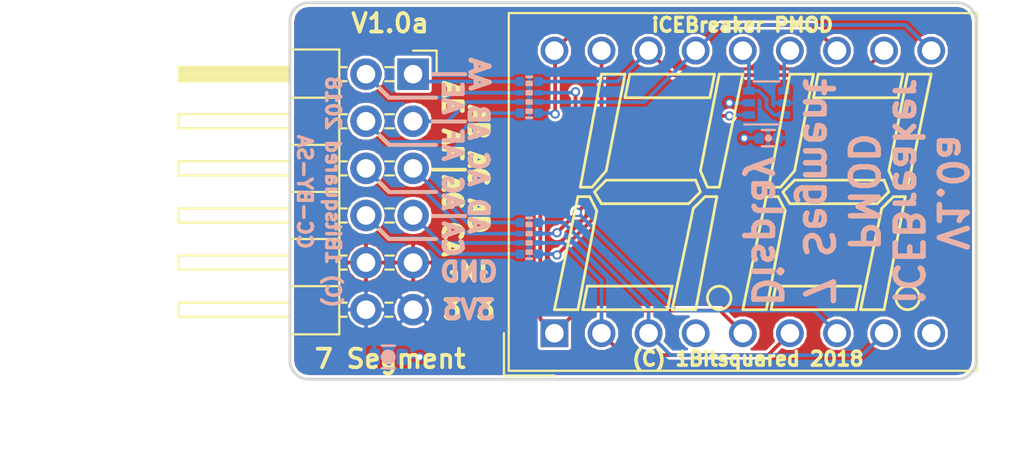
<source format=kicad_pcb>
(kicad_pcb (version 20171130) (host pcbnew 5.0.0-fee4fd1~66~ubuntu18.04.1)

  (general
    (thickness 1.6)
    (drawings 62)
    (tracks 111)
    (zones 0)
    (modules 7)
    (nets 23)
  )

  (page A4)
  (title_block
    (title "iCEBreaker PMOD - 7 segment display")
    (rev V1.0a)
    (company 1BitSquared)
    (comment 1 "(C) 2018 Piotr Esden-Tempski <piotr@esden.net>")
    (comment 2 "(C) 2018 1BitSquared <info@1bitsquared.com>")
    (comment 3 "License: CC-BY-SA V4.0")
  )

  (layers
    (0 F.Cu signal)
    (31 B.Cu signal)
    (32 B.Adhes user)
    (33 F.Adhes user)
    (34 B.Paste user)
    (35 F.Paste user)
    (36 B.SilkS user)
    (37 F.SilkS user)
    (38 B.Mask user)
    (39 F.Mask user)
    (40 Dwgs.User user)
    (41 Cmts.User user)
    (42 Eco1.User user)
    (43 Eco2.User user)
    (44 Edge.Cuts user)
    (45 Margin user)
    (46 B.CrtYd user)
    (47 F.CrtYd user)
    (48 B.Fab user)
    (49 F.Fab user)
  )

  (setup
    (last_trace_width 0.2)
    (user_trace_width 0.2)
    (user_trace_width 0.25)
    (user_trace_width 0.3)
    (trace_clearance 0.15)
    (zone_clearance 0.15)
    (zone_45_only no)
    (trace_min 0.15)
    (segment_width 0.2)
    (edge_width 0.15)
    (via_size 0.5)
    (via_drill 0.3)
    (via_min_size 0.5)
    (via_min_drill 0.3)
    (uvia_size 0.3)
    (uvia_drill 0.1)
    (uvias_allowed no)
    (uvia_min_size 0.2)
    (uvia_min_drill 0.1)
    (pcb_text_width 0.3)
    (pcb_text_size 1.5 1.5)
    (mod_edge_width 0.15)
    (mod_text_size 1 1)
    (mod_text_width 0.15)
    (pad_size 1.7 1.7)
    (pad_drill 1)
    (pad_to_mask_clearance 0.05)
    (aux_axis_origin 0 0)
    (grid_origin 34.1 40.2)
    (visible_elements FFFFFF1F)
    (pcbplotparams
      (layerselection 0x010fc_ffffffff)
      (usegerberextensions true)
      (usegerberattributes false)
      (usegerberadvancedattributes false)
      (creategerberjobfile false)
      (excludeedgelayer true)
      (linewidth 0.300000)
      (plotframeref false)
      (viasonmask false)
      (mode 1)
      (useauxorigin false)
      (hpglpennumber 1)
      (hpglpenspeed 20)
      (hpglpendiameter 15.000000)
      (psnegative false)
      (psa4output false)
      (plotreference true)
      (plotvalue true)
      (plotinvisibletext false)
      (padsonsilk false)
      (subtractmaskfromsilk true)
      (outputformat 1)
      (mirror false)
      (drillshape 0)
      (scaleselection 1)
      (outputdirectory "gerber"))
  )

  (net 0 "")
  (net 1 GND)
  (net 2 +3V3)
  (net 3 /AEx)
  (net 4 /ADx)
  (net 5 /ACx)
  (net 6 "Net-(U1-Pad4)")
  (net 7 /AGx)
  (net 8 "Net-(U1-Pad9)")
  (net 9 /ABx)
  (net 10 /AAx)
  (net 11 /AFx)
  (net 12 /CATx)
  (net 13 /AC)
  (net 14 /AG)
  (net 15 /AD)
  (net 16 /CAT)
  (net 17 /AF)
  (net 18 /AB)
  (net 19 /AE)
  (net 20 /AA)
  (net 21 /CAT1)
  (net 22 /CAT2)

  (net_class Default "This is the default net class."
    (clearance 0.15)
    (trace_width 0.15)
    (via_dia 0.5)
    (via_drill 0.3)
    (uvia_dia 0.3)
    (uvia_drill 0.1)
    (add_net +3V3)
    (add_net /AA)
    (add_net /AAx)
    (add_net /AB)
    (add_net /ABx)
    (add_net /AC)
    (add_net /ACx)
    (add_net /AD)
    (add_net /ADx)
    (add_net /AE)
    (add_net /AEx)
    (add_net /AF)
    (add_net /AFx)
    (add_net /AG)
    (add_net /AGx)
    (add_net /CAT)
    (add_net /CAT1)
    (add_net /CAT2)
    (add_net /CATx)
    (add_net GND)
    (add_net "Net-(U1-Pad4)")
    (add_net "Net-(U1-Pad9)")
  )

  (module pkl_dipol:C_0402 (layer B.Cu) (tedit 5B8B5916) (tstamp 5BCA895C)
    (at 55.799999 37.3 180)
    (descr "Capacitor SMD 0402, reflow soldering")
    (tags "capacitor 0402")
    (path /5BC206C0)
    (attr smd)
    (fp_text reference C2 (at 0 1.1 180) (layer B.Fab)
      (effects (font (size 0.635 0.635) (thickness 0.1)) (justify mirror))
    )
    (fp_text value 100n (at 0 -1.2 180) (layer B.Fab)
      (effects (font (size 0.635 0.635) (thickness 0.1)) (justify mirror))
    )
    (fp_circle (center 0 0) (end 0.1 0) (layer B.SilkS) (width 0.2))
    (fp_line (start -0.95 0.5) (end 0.95 0.5) (layer B.CrtYd) (width 0.05))
    (fp_line (start -0.95 -0.5) (end 0.95 -0.5) (layer B.CrtYd) (width 0.05))
    (fp_line (start -0.95 0.5) (end -0.95 -0.5) (layer B.CrtYd) (width 0.05))
    (fp_line (start 0.95 0.5) (end 0.95 -0.5) (layer B.CrtYd) (width 0.05))
    (fp_line (start -0.35 0.44) (end 0.35 0.44) (layer B.SilkS) (width 0.13))
    (fp_line (start 0.35 -0.44) (end -0.35 -0.44) (layer B.SilkS) (width 0.13))
    (pad 1 smd roundrect (at -0.5 0 180) (size 0.5 0.6) (layers B.Cu B.Paste B.Mask) (roundrect_rratio 0.25)
      (net 2 +3V3))
    (pad 2 smd roundrect (at 0.5 0 180) (size 0.5 0.6) (layers B.Cu B.Paste B.Mask) (roundrect_rratio 0.25)
      (net 1 GND))
    (model ${KISYS3DMOD}/Capacitor_SMD.3dshapes/C_0402_1005Metric.step
      (at (xyz 0 0 0))
      (scale (xyz 1 1 1))
      (rotate (xyz 0 0 0))
    )
  )

  (module Package_TO_SOT_SMD:SOT-363_SC-70-6 (layer B.Cu) (tedit 5BBEAC53) (tstamp 5BCA729D)
    (at 55.7 35.4)
    (descr "SOT-363, SC-70-6")
    (tags "SOT-363 SC-70-6")
    (path /5BBFC7DD)
    (attr smd)
    (fp_text reference U2 (at 0 2) (layer B.Fab)
      (effects (font (size 1 1) (thickness 0.15)) (justify mirror))
    )
    (fp_text value NL27WZ14 (at 0 -2 -180) (layer B.Fab)
      (effects (font (size 1 1) (thickness 0.15)) (justify mirror))
    )
    (fp_text user %R (at 0 0 -90) (layer B.Fab)
      (effects (font (size 0.5 0.5) (thickness 0.075)) (justify mirror))
    )
    (fp_line (start 0.7 1.16) (end -1.2 1.16) (layer B.SilkS) (width 0.12))
    (fp_line (start -0.7 -1.16) (end 0.7 -1.16) (layer B.SilkS) (width 0.12))
    (fp_line (start 1.6 -1.4) (end 1.6 1.4) (layer B.CrtYd) (width 0.05))
    (fp_line (start -1.6 1.4) (end -1.6 -1.4) (layer B.CrtYd) (width 0.05))
    (fp_line (start -1.6 1.4) (end 1.6 1.4) (layer B.CrtYd) (width 0.05))
    (fp_line (start 0.675 1.1) (end -0.175 1.1) (layer B.Fab) (width 0.1))
    (fp_line (start -0.675 0.6) (end -0.675 -1.1) (layer B.Fab) (width 0.1))
    (fp_line (start -1.6 -1.4) (end 1.6 -1.4) (layer B.CrtYd) (width 0.05))
    (fp_line (start 0.675 1.1) (end 0.675 -1.1) (layer B.Fab) (width 0.1))
    (fp_line (start 0.675 -1.1) (end -0.675 -1.1) (layer B.Fab) (width 0.1))
    (fp_line (start -0.175 1.1) (end -0.675 0.6) (layer B.Fab) (width 0.1))
    (pad 1 smd rect (at -0.95 0.65) (size 0.65 0.4) (layers B.Cu B.Paste B.Mask)
      (net 12 /CATx))
    (pad 3 smd rect (at -0.95 -0.65) (size 0.65 0.4) (layers B.Cu B.Paste B.Mask)
      (net 21 /CAT1))
    (pad 5 smd rect (at 0.95 0) (size 0.65 0.4) (layers B.Cu B.Paste B.Mask)
      (net 2 +3V3))
    (pad 2 smd rect (at -0.95 0) (size 0.65 0.4) (layers B.Cu B.Paste B.Mask)
      (net 1 GND))
    (pad 4 smd rect (at 0.95 -0.65) (size 0.65 0.4) (layers B.Cu B.Paste B.Mask)
      (net 22 /CAT2))
    (pad 6 smd rect (at 0.95 0.65) (size 0.65 0.4) (layers B.Cu B.Paste B.Mask)
      (net 21 /CAT1))
    (model ${KISYS3DMOD}/Package_TO_SOT_SMD.3dshapes/SOT-363_SC-70-6.wrl
      (at (xyz 0 0 0))
      (scale (xyz 1 1 1))
      (rotate (xyz 0 0 0))
    )
  )

  (module pkl_dipol:C_0603 (layer B.Cu) (tedit 5B8B5957) (tstamp 5BCA718C)
    (at 35.3 49.1)
    (descr "Capacitor SMD 0603, reflow soldering")
    (tags "capacitor 0603")
    (path /5ADF32E3)
    (attr smd)
    (fp_text reference C1 (at 0 1.1) (layer B.Fab)
      (effects (font (size 0.635 0.635) (thickness 0.1)) (justify mirror))
    )
    (fp_text value 10u (at 0 -1.2) (layer B.Fab)
      (effects (font (size 0.635 0.635) (thickness 0.1)) (justify mirror))
    )
    (fp_circle (center 0 0) (end 0.2 0) (layer B.SilkS) (width 0.4))
    (fp_line (start -1.175 0.725) (end 1.175 0.725) (layer B.CrtYd) (width 0.05))
    (fp_line (start -1.175 -0.725) (end 1.175 -0.725) (layer B.CrtYd) (width 0.05))
    (fp_line (start -1.175 0.725) (end -1.175 -0.725) (layer B.CrtYd) (width 0.05))
    (fp_line (start 1.175 0.725) (end 1.175 -0.725) (layer B.CrtYd) (width 0.05))
    (fp_line (start -0.35 0.61) (end 0.35 0.61) (layer B.SilkS) (width 0.13))
    (fp_line (start 0.35 -0.61) (end -0.35 -0.61) (layer B.SilkS) (width 0.13))
    (pad 1 smd roundrect (at -0.75 0) (size 0.6 0.9) (layers B.Cu B.Paste B.Mask) (roundrect_rratio 0.25)
      (net 2 +3V3))
    (pad 2 smd roundrect (at 0.75 0) (size 0.6 0.9) (layers B.Cu B.Paste B.Mask) (roundrect_rratio 0.25)
      (net 1 GND))
    (model ${KISYS3DMOD}/Capacitor_SMD.3dshapes/C_0603_1608Metric.step
      (at (xyz 0 0 0))
      (scale (xyz 1 1 1))
      (rotate (xyz 0 0 0))
    )
  )

  (module pkl_dipol:R_Array_Convex_4x0402 (layer B.Cu) (tedit 5B8B823A) (tstamp 5BCA717F)
    (at 42.9 35.1 180)
    (descr "Thick Film Chip Resistor Array, Wave soldering, Vishay CRA06P (see cra06p.pdf)")
    (tags "resistor array")
    (path /5BC02B09)
    (solder_mask_margin 0.05)
    (attr smd)
    (fp_text reference R2 (at 0 2 180) (layer B.Fab)
      (effects (font (size 0.75 0.75) (thickness 0.15)) (justify mirror))
    )
    (fp_text value 330E (at 0 -2 180) (layer B.Fab)
      (effects (font (size 0.75 0.75) (thickness 0.15)) (justify mirror))
    )
    (fp_poly (pts (xy -0.175 -0.625) (xy 0.175 -0.625) (xy 0.175 -0.875) (xy -0.175 -0.875)) (layer B.SilkS) (width 0.05))
    (fp_poly (pts (xy -0.175 -0.125) (xy 0.175 -0.125) (xy 0.175 -0.375) (xy -0.175 -0.375)) (layer B.SilkS) (width 0.05))
    (fp_poly (pts (xy -0.175 0.875) (xy 0.175 0.875) (xy 0.175 0.625) (xy -0.175 0.625)) (layer B.SilkS) (width 0.05))
    (fp_poly (pts (xy -0.175 0.375) (xy 0.175 0.375) (xy 0.175 0.125) (xy -0.175 0.125)) (layer B.SilkS) (width 0.05))
    (fp_line (start 0.15 1.1) (end -0.15 1.1) (layer B.SilkS) (width 0.15))
    (fp_line (start 0.15 -1.1) (end -0.15 -1.1) (layer B.SilkS) (width 0.15))
    (fp_line (start 1 1.35) (end 1 -1.35) (layer B.CrtYd) (width 0.05))
    (fp_line (start -1 1.35) (end -1 -1.35) (layer B.CrtYd) (width 0.05))
    (fp_line (start -1 -1.35) (end 1 -1.35) (layer B.CrtYd) (width 0.05))
    (fp_line (start -1 1.35) (end 1 1.35) (layer B.CrtYd) (width 0.05))
    (fp_line (start 0.5 1) (end 0.5 0.55) (layer B.Fab) (width 0.05))
    (fp_line (start 0.5 0.55) (end 0.3 0.55) (layer B.Fab) (width 0.05))
    (fp_line (start 0.3 0.55) (end 0.3 0.4) (layer B.Fab) (width 0.05))
    (fp_line (start 0.3 0.4) (end 0.5 0.4) (layer B.Fab) (width 0.05))
    (fp_line (start 0.5 0.4) (end 0.5 0.1) (layer B.Fab) (width 0.05))
    (fp_line (start 0.5 0.1) (end 0.3 0.1) (layer B.Fab) (width 0.05))
    (fp_line (start 0.3 0.1) (end 0.3 -0.1) (layer B.Fab) (width 0.05))
    (fp_line (start 0.3 -0.1) (end 0.5 -0.1) (layer B.Fab) (width 0.05))
    (fp_line (start 0.5 -0.1) (end 0.5 -0.4) (layer B.Fab) (width 0.05))
    (fp_line (start 0.5 -0.4) (end 0.3 -0.4) (layer B.Fab) (width 0.05))
    (fp_line (start 0.3 -0.4) (end 0.3 -0.55) (layer B.Fab) (width 0.05))
    (fp_line (start 0.3 -0.55) (end 0.5 -0.55) (layer B.Fab) (width 0.05))
    (fp_line (start 0.5 -0.55) (end 0.5 -1) (layer B.Fab) (width 0.05))
    (fp_line (start 0.5 -1) (end -0.5 -1) (layer B.Fab) (width 0.05))
    (fp_line (start -0.5 -1) (end -0.5 -0.55) (layer B.Fab) (width 0.05))
    (fp_line (start -0.5 -0.55) (end -0.3 -0.55) (layer B.Fab) (width 0.05))
    (fp_line (start -0.3 -0.55) (end -0.3 -0.4) (layer B.Fab) (width 0.05))
    (fp_line (start -0.3 -0.4) (end -0.5 -0.4) (layer B.Fab) (width 0.05))
    (fp_line (start -0.5 -0.4) (end -0.5 -0.1) (layer B.Fab) (width 0.05))
    (fp_line (start -0.5 -0.1) (end -0.3 -0.1) (layer B.Fab) (width 0.05))
    (fp_line (start -0.3 -0.1) (end -0.3 0.1) (layer B.Fab) (width 0.05))
    (fp_line (start -0.3 0.1) (end -0.5 0.1) (layer B.Fab) (width 0.05))
    (fp_line (start -0.5 0.1) (end -0.5 0.4) (layer B.Fab) (width 0.05))
    (fp_line (start -0.5 0.4) (end -0.3 0.4) (layer B.Fab) (width 0.05))
    (fp_line (start -0.3 0.4) (end -0.3 0.55) (layer B.Fab) (width 0.05))
    (fp_line (start -0.3 0.55) (end -0.5 0.55) (layer B.Fab) (width 0.05))
    (fp_line (start -0.5 0.55) (end -0.5 1) (layer B.Fab) (width 0.05))
    (fp_line (start -0.5 1) (end 0.5 1) (layer B.Fab) (width 0.05))
    (pad 8 smd roundrect (at 0.5 -0.85 180) (size 0.5 0.5) (layers B.Cu B.Paste B.Mask) (roundrect_rratio 0.25)
      (net 17 /AF))
    (pad 6 smd roundrect (at 0.5 -0.25 180) (size 0.5 0.3) (layers B.Cu B.Paste B.Mask) (roundrect_rratio 0.25)
      (net 18 /AB))
    (pad 4 smd roundrect (at 0.5 0.25 180) (size 0.5 0.3) (layers B.Cu B.Paste B.Mask) (roundrect_rratio 0.25)
      (net 19 /AE))
    (pad 2 smd roundrect (at 0.5 0.85 180) (size 0.5 0.5) (layers B.Cu B.Paste B.Mask) (roundrect_rratio 0.25)
      (net 20 /AA))
    (pad 7 smd roundrect (at -0.5 -0.85 180) (size 0.5 0.5) (layers B.Cu B.Paste B.Mask) (roundrect_rratio 0.25)
      (net 11 /AFx))
    (pad 1 smd roundrect (at -0.5 0.85 180) (size 0.5 0.5) (layers B.Cu B.Paste B.Mask) (roundrect_rratio 0.25)
      (net 10 /AAx))
    (pad 5 smd roundrect (at -0.5 -0.25 180) (size 0.5 0.3) (layers B.Cu B.Paste B.Mask) (roundrect_rratio 0.25)
      (net 9 /ABx))
    (pad 3 smd roundrect (at -0.5 0.25 180) (size 0.5 0.3) (layers B.Cu B.Paste B.Mask) (roundrect_rratio 0.25)
      (net 3 /AEx))
    (model ${KISYS3DMOD}/Resistor_SMD.3dshapes/R_Array_Convex_4x0402.step
      (at (xyz 0 0 0))
      (scale (xyz 1 1 1))
      (rotate (xyz 0 0 0))
    )
  )

  (module pkl_dipol:R_Array_Convex_4x0402 (layer B.Cu) (tedit 5B8B823A) (tstamp 5BCA714D)
    (at 42.9 42.7 180)
    (descr "Thick Film Chip Resistor Array, Wave soldering, Vishay CRA06P (see cra06p.pdf)")
    (tags "resistor array")
    (path /5BC0F016)
    (solder_mask_margin 0.05)
    (attr smd)
    (fp_text reference R1 (at 0 2 180) (layer B.Fab)
      (effects (font (size 0.75 0.75) (thickness 0.15)) (justify mirror))
    )
    (fp_text value 330E (at 0 -2 180) (layer B.Fab)
      (effects (font (size 0.75 0.75) (thickness 0.15)) (justify mirror))
    )
    (fp_line (start -0.5 1) (end 0.5 1) (layer B.Fab) (width 0.05))
    (fp_line (start -0.5 0.55) (end -0.5 1) (layer B.Fab) (width 0.05))
    (fp_line (start -0.3 0.55) (end -0.5 0.55) (layer B.Fab) (width 0.05))
    (fp_line (start -0.3 0.4) (end -0.3 0.55) (layer B.Fab) (width 0.05))
    (fp_line (start -0.5 0.4) (end -0.3 0.4) (layer B.Fab) (width 0.05))
    (fp_line (start -0.5 0.1) (end -0.5 0.4) (layer B.Fab) (width 0.05))
    (fp_line (start -0.3 0.1) (end -0.5 0.1) (layer B.Fab) (width 0.05))
    (fp_line (start -0.3 -0.1) (end -0.3 0.1) (layer B.Fab) (width 0.05))
    (fp_line (start -0.5 -0.1) (end -0.3 -0.1) (layer B.Fab) (width 0.05))
    (fp_line (start -0.5 -0.4) (end -0.5 -0.1) (layer B.Fab) (width 0.05))
    (fp_line (start -0.3 -0.4) (end -0.5 -0.4) (layer B.Fab) (width 0.05))
    (fp_line (start -0.3 -0.55) (end -0.3 -0.4) (layer B.Fab) (width 0.05))
    (fp_line (start -0.5 -0.55) (end -0.3 -0.55) (layer B.Fab) (width 0.05))
    (fp_line (start -0.5 -1) (end -0.5 -0.55) (layer B.Fab) (width 0.05))
    (fp_line (start 0.5 -1) (end -0.5 -1) (layer B.Fab) (width 0.05))
    (fp_line (start 0.5 -0.55) (end 0.5 -1) (layer B.Fab) (width 0.05))
    (fp_line (start 0.3 -0.55) (end 0.5 -0.55) (layer B.Fab) (width 0.05))
    (fp_line (start 0.3 -0.4) (end 0.3 -0.55) (layer B.Fab) (width 0.05))
    (fp_line (start 0.5 -0.4) (end 0.3 -0.4) (layer B.Fab) (width 0.05))
    (fp_line (start 0.5 -0.1) (end 0.5 -0.4) (layer B.Fab) (width 0.05))
    (fp_line (start 0.3 -0.1) (end 0.5 -0.1) (layer B.Fab) (width 0.05))
    (fp_line (start 0.3 0.1) (end 0.3 -0.1) (layer B.Fab) (width 0.05))
    (fp_line (start 0.5 0.1) (end 0.3 0.1) (layer B.Fab) (width 0.05))
    (fp_line (start 0.5 0.4) (end 0.5 0.1) (layer B.Fab) (width 0.05))
    (fp_line (start 0.3 0.4) (end 0.5 0.4) (layer B.Fab) (width 0.05))
    (fp_line (start 0.3 0.55) (end 0.3 0.4) (layer B.Fab) (width 0.05))
    (fp_line (start 0.5 0.55) (end 0.3 0.55) (layer B.Fab) (width 0.05))
    (fp_line (start 0.5 1) (end 0.5 0.55) (layer B.Fab) (width 0.05))
    (fp_line (start -1 1.35) (end 1 1.35) (layer B.CrtYd) (width 0.05))
    (fp_line (start -1 -1.35) (end 1 -1.35) (layer B.CrtYd) (width 0.05))
    (fp_line (start -1 1.35) (end -1 -1.35) (layer B.CrtYd) (width 0.05))
    (fp_line (start 1 1.35) (end 1 -1.35) (layer B.CrtYd) (width 0.05))
    (fp_line (start 0.15 -1.1) (end -0.15 -1.1) (layer B.SilkS) (width 0.15))
    (fp_line (start 0.15 1.1) (end -0.15 1.1) (layer B.SilkS) (width 0.15))
    (fp_poly (pts (xy -0.175 0.375) (xy 0.175 0.375) (xy 0.175 0.125) (xy -0.175 0.125)) (layer B.SilkS) (width 0.05))
    (fp_poly (pts (xy -0.175 0.875) (xy 0.175 0.875) (xy 0.175 0.625) (xy -0.175 0.625)) (layer B.SilkS) (width 0.05))
    (fp_poly (pts (xy -0.175 -0.125) (xy 0.175 -0.125) (xy 0.175 -0.375) (xy -0.175 -0.375)) (layer B.SilkS) (width 0.05))
    (fp_poly (pts (xy -0.175 -0.625) (xy 0.175 -0.625) (xy 0.175 -0.875) (xy -0.175 -0.875)) (layer B.SilkS) (width 0.05))
    (pad 3 smd roundrect (at -0.5 0.25 180) (size 0.5 0.3) (layers B.Cu B.Paste B.Mask) (roundrect_rratio 0.25)
      (net 7 /AGx))
    (pad 5 smd roundrect (at -0.5 -0.25 180) (size 0.5 0.3) (layers B.Cu B.Paste B.Mask) (roundrect_rratio 0.25)
      (net 4 /ADx))
    (pad 1 smd roundrect (at -0.5 0.85 180) (size 0.5 0.5) (layers B.Cu B.Paste B.Mask) (roundrect_rratio 0.25)
      (net 5 /ACx))
    (pad 7 smd roundrect (at -0.5 -0.85 180) (size 0.5 0.5) (layers B.Cu B.Paste B.Mask) (roundrect_rratio 0.25)
      (net 12 /CATx))
    (pad 2 smd roundrect (at 0.5 0.85 180) (size 0.5 0.5) (layers B.Cu B.Paste B.Mask) (roundrect_rratio 0.25)
      (net 13 /AC))
    (pad 4 smd roundrect (at 0.5 0.25 180) (size 0.5 0.3) (layers B.Cu B.Paste B.Mask) (roundrect_rratio 0.25)
      (net 14 /AG))
    (pad 6 smd roundrect (at 0.5 -0.25 180) (size 0.5 0.3) (layers B.Cu B.Paste B.Mask) (roundrect_rratio 0.25)
      (net 15 /AD))
    (pad 8 smd roundrect (at 0.5 -0.85 180) (size 0.5 0.5) (layers B.Cu B.Paste B.Mask) (roundrect_rratio 0.25)
      (net 16 /CAT))
    (model ${KISYS3DMOD}/Resistor_SMD.3dshapes/R_Array_Convex_4x0402.step
      (at (xyz 0 0 0))
      (scale (xyz 1 1 1))
      (rotate (xyz 0 0 0))
    )
  )

  (module pkl_led:LTD-6910HR (layer F.Cu) (tedit 5BBE9CE6) (tstamp 5BCA711B)
    (at 44.26 47.82 90)
    (tags "Double digit seven segment LED display")
    (path /5BC026F5)
    (fp_text reference U1 (at 0 -4 90) (layer F.Fab)
      (effects (font (size 1 1) (thickness 0.15)))
    )
    (fp_text value LTD-6910HR (at 3.5 24.5 90) (layer F.Fab)
      (effects (font (size 1 1) (thickness 0.15)))
    )
    (fp_line (start -2.28 -2.72) (end 0 -2.72) (layer F.SilkS) (width 0.12))
    (fp_line (start -2.28 -2.71) (end -2.28 0) (layer F.SilkS) (width 0.12))
    (fp_line (start -2.16 -2.59) (end 17.39 -2.59) (layer F.CrtYd) (width 0.05))
    (fp_line (start 17.39 -2.59) (end 17.39 22.92) (layer F.CrtYd) (width 0.05))
    (fp_line (start 17.39 22.92) (end -2.16 22.92) (layer F.CrtYd) (width 0.05))
    (fp_line (start -2.16 22.92) (end -2.16 -2.59) (layer F.CrtYd) (width 0.05))
    (fp_line (start -1.905 -1.34) (end -0.905 -2.34) (layer F.Fab) (width 0.1))
    (fp_line (start -2.025 -2.46) (end 17.265 -2.46) (layer F.SilkS) (width 0.12))
    (fp_line (start 17.265 -2.46) (end 17.265 22.79) (layer F.SilkS) (width 0.12))
    (fp_line (start 17.265 22.79) (end -2.025 22.79) (layer F.SilkS) (width 0.12))
    (fp_line (start -2.025 22.79) (end -2.025 -2.46) (layer F.SilkS) (width 0.12))
    (fp_line (start -0.905 -2.34) (end 17.145 -2.34) (layer F.Fab) (width 0.1))
    (fp_line (start 17.145 -2.34) (end 17.145 22.66) (layer F.Fab) (width 0.1))
    (fp_line (start 17.145 22.66) (end -1.905 22.66) (layer F.Fab) (width 0.1))
    (fp_line (start -1.905 22.66) (end -1.905 -1.34) (layer F.Fab) (width 0.1))
    (fp_line (start 1.27 0) (end 7.366 1.27) (layer F.SilkS) (width 0.15))
    (fp_line (start 7.874 1.397) (end 13.97 2.54) (layer F.SilkS) (width 0.15))
    (fp_line (start 13.97 2.54) (end 13.97 3.81) (layer F.SilkS) (width 0.15))
    (fp_line (start 13.97 3.81) (end 8.763 2.794) (layer F.SilkS) (width 0.15))
    (fp_line (start 6.604 2.286) (end 1.27 1.27) (layer F.SilkS) (width 0.15))
    (fp_line (start 1.27 1.27) (end 1.27 0) (layer F.SilkS) (width 0.15))
    (fp_line (start 13.97 10.16) (end 7.874 8.89) (layer F.SilkS) (width 0.15))
    (fp_line (start 7.366 8.763) (end 1.27 7.62) (layer F.SilkS) (width 0.15))
    (fp_line (start 1.27 7.62) (end 1.27 6.35) (layer F.SilkS) (width 0.15))
    (fp_line (start 1.27 6.35) (end 6.731 7.493) (layer F.SilkS) (width 0.15))
    (fp_line (start 8.763 7.874) (end 13.97 8.89) (layer F.SilkS) (width 0.15))
    (fp_line (start 13.97 8.89) (end 13.97 10.16) (layer F.SilkS) (width 0.15))
    (fp_line (start 1.27 1.524) (end 2.54 1.778) (layer F.SilkS) (width 0.15))
    (fp_line (start 2.54 1.778) (end 2.54 6.35) (layer F.SilkS) (width 0.15))
    (fp_line (start 2.54 6.35) (end 1.27 6.096) (layer F.SilkS) (width 0.15))
    (fp_line (start 1.27 6.096) (end 1.27 1.524) (layer F.SilkS) (width 0.15))
    (fp_line (start 12.7 3.81) (end 13.97 4.064) (layer F.SilkS) (width 0.15))
    (fp_line (start 13.97 4.064) (end 13.97 8.636) (layer F.SilkS) (width 0.15))
    (fp_line (start 13.97 8.636) (end 12.7 8.382) (layer F.SilkS) (width 0.15))
    (fp_line (start 12.7 8.382) (end 12.7 3.81) (layer F.SilkS) (width 0.15))
    (fp_line (start 7.62 2.159) (end 8.255 2.794) (layer F.SilkS) (width 0.15))
    (fp_line (start 8.255 2.794) (end 8.255 7.62) (layer F.SilkS) (width 0.15))
    (fp_line (start 7.62 7.874) (end 6.985 7.239) (layer F.SilkS) (width 0.15))
    (fp_line (start 6.985 7.239) (end 6.985 2.54) (layer F.SilkS) (width 0.15))
    (fp_line (start 7.874 1.397) (end 7.874 2.032) (layer F.SilkS) (width 0.15))
    (fp_line (start 7.874 2.032) (end 8.763 2.794) (layer F.SilkS) (width 0.15))
    (fp_line (start 7.366 1.27) (end 7.366 1.905) (layer F.SilkS) (width 0.15))
    (fp_line (start 7.366 1.905) (end 6.604 2.286) (layer F.SilkS) (width 0.15))
    (fp_line (start 6.985 2.54) (end 7.62 2.159) (layer F.SilkS) (width 0.15))
    (fp_line (start 7.874 8.89) (end 7.874 8.255) (layer F.SilkS) (width 0.15))
    (fp_line (start 7.874 8.255) (end 8.763 7.874) (layer F.SilkS) (width 0.15))
    (fp_line (start 7.366 8.763) (end 7.366 8.128) (layer F.SilkS) (width 0.15))
    (fp_line (start 7.366 8.128) (end 6.731 7.493) (layer F.SilkS) (width 0.15))
    (fp_line (start 7.62 7.874) (end 8.255 7.62) (layer F.SilkS) (width 0.15))
    (fp_circle (center 1.905 8.89) (end 2.54 8.89) (layer F.SilkS) (width 0.15))
    (fp_circle (center 1.905 19.05) (end 2.54 19.05) (layer F.SilkS) (width 0.15))
    (fp_line (start 8.255 12.954) (end 8.255 17.78) (layer F.SilkS) (width 0.15))
    (fp_line (start 1.27 17.78) (end 1.27 16.51) (layer F.SilkS) (width 0.15))
    (fp_line (start 7.366 18.923) (end 1.27 17.78) (layer F.SilkS) (width 0.15))
    (fp_line (start 1.27 10.16) (end 7.366 11.43) (layer F.SilkS) (width 0.15))
    (fp_line (start 6.985 17.399) (end 6.985 12.7) (layer F.SilkS) (width 0.15))
    (fp_line (start 13.97 18.796) (end 12.7 18.542) (layer F.SilkS) (width 0.15))
    (fp_line (start 1.27 11.43) (end 1.27 10.16) (layer F.SilkS) (width 0.15))
    (fp_line (start 6.604 12.446) (end 1.27 11.43) (layer F.SilkS) (width 0.15))
    (fp_line (start 7.62 12.319) (end 8.255 12.954) (layer F.SilkS) (width 0.15))
    (fp_line (start 7.366 18.923) (end 7.366 18.288) (layer F.SilkS) (width 0.15))
    (fp_line (start 12.7 13.97) (end 13.97 14.224) (layer F.SilkS) (width 0.15))
    (fp_line (start 13.97 19.05) (end 13.97 20.32) (layer F.SilkS) (width 0.15))
    (fp_line (start 7.874 11.557) (end 7.874 12.192) (layer F.SilkS) (width 0.15))
    (fp_line (start 13.97 14.224) (end 13.97 18.796) (layer F.SilkS) (width 0.15))
    (fp_line (start 7.874 18.415) (end 8.763 18.034) (layer F.SilkS) (width 0.15))
    (fp_line (start 2.54 11.938) (end 2.54 16.51) (layer F.SilkS) (width 0.15))
    (fp_line (start 7.874 12.192) (end 8.763 12.954) (layer F.SilkS) (width 0.15))
    (fp_line (start 7.62 18.034) (end 6.985 17.399) (layer F.SilkS) (width 0.15))
    (fp_line (start 1.27 16.51) (end 6.731 17.653) (layer F.SilkS) (width 0.15))
    (fp_line (start 7.366 11.43) (end 7.366 12.065) (layer F.SilkS) (width 0.15))
    (fp_line (start 7.366 12.065) (end 6.604 12.446) (layer F.SilkS) (width 0.15))
    (fp_line (start 7.366 18.288) (end 6.731 17.653) (layer F.SilkS) (width 0.15))
    (fp_line (start 13.97 13.97) (end 8.763 12.954) (layer F.SilkS) (width 0.15))
    (fp_line (start 6.985 12.7) (end 7.62 12.319) (layer F.SilkS) (width 0.15))
    (fp_line (start 1.27 11.684) (end 2.54 11.938) (layer F.SilkS) (width 0.15))
    (fp_line (start 7.62 18.034) (end 8.255 17.78) (layer F.SilkS) (width 0.15))
    (fp_line (start 12.7 18.542) (end 12.7 13.97) (layer F.SilkS) (width 0.15))
    (fp_line (start 7.874 19.05) (end 7.874 18.415) (layer F.SilkS) (width 0.15))
    (fp_line (start 8.763 18.034) (end 13.97 19.05) (layer F.SilkS) (width 0.15))
    (fp_line (start 2.54 16.51) (end 1.27 16.256) (layer F.SilkS) (width 0.15))
    (fp_line (start 13.97 12.7) (end 13.97 13.97) (layer F.SilkS) (width 0.15))
    (fp_line (start 13.97 20.32) (end 7.874 19.05) (layer F.SilkS) (width 0.15))
    (fp_line (start 7.874 11.557) (end 13.97 12.7) (layer F.SilkS) (width 0.15))
    (fp_line (start 1.27 16.256) (end 1.27 11.684) (layer F.SilkS) (width 0.15))
    (pad 1 thru_hole rect (at 0 0 90) (size 1.5 1.5) (drill 1) (layers *.Cu *.Mask)
      (net 3 /AEx))
    (pad 2 thru_hole circle (at 0 2.54 90) (size 1.5 1.5) (drill 1) (layers *.Cu *.Mask)
      (net 4 /ADx))
    (pad 3 thru_hole circle (at 0 5.08 90) (size 1.5 1.5) (drill 1) (layers *.Cu *.Mask)
      (net 5 /ACx))
    (pad 4 thru_hole circle (at 0 7.62 90) (size 1.5 1.5) (drill 1) (layers *.Cu *.Mask)
      (net 6 "Net-(U1-Pad4)"))
    (pad 5 thru_hole circle (at 0 10.16 90) (size 1.5 1.5) (drill 1) (layers *.Cu *.Mask)
      (net 3 /AEx))
    (pad 6 thru_hole circle (at 0 12.7 90) (size 1.5 1.5) (drill 1) (layers *.Cu *.Mask)
      (net 4 /ADx))
    (pad 7 thru_hole circle (at 0 15.24 90) (size 1.5 1.5) (drill 1) (layers *.Cu *.Mask)
      (net 7 /AGx))
    (pad 8 thru_hole circle (at 0 17.78 90) (size 1.5 1.5) (drill 1) (layers *.Cu *.Mask)
      (net 5 /ACx))
    (pad 9 thru_hole circle (at 0 20.32 90) (size 1.5 1.5) (drill 1) (layers *.Cu *.Mask)
      (net 8 "Net-(U1-Pad9)"))
    (pad 10 thru_hole circle (at 15.24 20.32 90) (size 1.5 1.5) (drill 1) (layers *.Cu *.Mask)
      (net 9 /ABx))
    (pad 11 thru_hole circle (at 15.24 17.78 90) (size 1.5 1.5) (drill 1) (layers *.Cu *.Mask)
      (net 10 /AAx))
    (pad 12 thru_hole circle (at 15.24 15.24 90) (size 1.5 1.5) (drill 1) (layers *.Cu *.Mask)
      (net 11 /AFx))
    (pad 13 thru_hole circle (at 15.24 12.7 90) (size 1.5 1.5) (drill 1) (layers *.Cu *.Mask)
      (net 22 /CAT2))
    (pad 14 thru_hole circle (at 15.24 10.16 90) (size 1.5 1.5) (drill 1) (layers *.Cu *.Mask)
      (net 21 /CAT1))
    (pad 15 thru_hole circle (at 15.24 7.62 90) (size 1.5 1.5) (drill 1) (layers *.Cu *.Mask)
      (net 9 /ABx))
    (pad 16 thru_hole circle (at 15.24 5.08 90) (size 1.5 1.5) (drill 1) (layers *.Cu *.Mask)
      (net 10 /AAx))
    (pad 17 thru_hole circle (at 15.24 2.54 90) (size 1.5 1.5) (drill 1) (layers *.Cu *.Mask)
      (net 7 /AGx))
    (pad 18 thru_hole circle (at 15.24 0 90) (size 1.5 1.5) (drill 1) (layers *.Cu *.Mask)
      (net 11 /AFx))
    (model ${KISYS3DMOD}/Display_7Segment.3dshapes/DA56-11SEKWA.wrl
      (at (xyz 0 0 0))
      (scale (xyz 1 1 1))
      (rotate (xyz 0 0 0))
    )
  )

  (module pkl_connectors:PMODHeader_2x06_P2.54mm_Horizontal (layer F.Cu) (tedit 5AECF65A) (tstamp 5AEDD631)
    (at 36.64 46.55 180)
    (descr "Through hole angled pin header, 2x06, 2.54mm pitch, 6mm pin length, double rows")
    (tags "Through hole angled pin header THT 2x06 2.54mm double row")
    (path /5ADECDD2)
    (fp_text reference J1 (at 5.655 -2.27 180) (layer F.Fab)
      (effects (font (size 1 1) (thickness 0.15)))
    )
    (fp_text value PMOD (at 5.655 14.97 180) (layer F.Fab)
      (effects (font (size 1 1) (thickness 0.15)))
    )
    (fp_line (start 4.064 -1.27) (end 6.58 -1.27) (layer F.Fab) (width 0.1))
    (fp_line (start 6.58 -1.27) (end 6.58 13.97) (layer F.Fab) (width 0.1))
    (fp_line (start 6.58 13.97) (end 4.699 13.97) (layer F.Fab) (width 0.1))
    (fp_line (start 4.064 13.335) (end 4.064 -1.27) (layer F.Fab) (width 0.1))
    (fp_line (start 4.04 13.335) (end 4.675 13.97) (layer F.Fab) (width 0.1))
    (fp_line (start -0.32 -0.32) (end 4.04 -0.32) (layer F.Fab) (width 0.1))
    (fp_line (start -0.32 -0.32) (end -0.32 0.32) (layer F.Fab) (width 0.1))
    (fp_line (start -0.32 0.32) (end 4.04 0.32) (layer F.Fab) (width 0.1))
    (fp_line (start 6.58 -0.32) (end 12.58 -0.32) (layer F.Fab) (width 0.1))
    (fp_line (start 12.58 -0.32) (end 12.58 0.32) (layer F.Fab) (width 0.1))
    (fp_line (start 6.58 0.32) (end 12.58 0.32) (layer F.Fab) (width 0.1))
    (fp_line (start -0.32 2.22) (end 4.04 2.22) (layer F.Fab) (width 0.1))
    (fp_line (start -0.32 2.22) (end -0.32 2.86) (layer F.Fab) (width 0.1))
    (fp_line (start -0.32 2.86) (end 4.04 2.86) (layer F.Fab) (width 0.1))
    (fp_line (start 6.58 2.22) (end 12.58 2.22) (layer F.Fab) (width 0.1))
    (fp_line (start 12.58 2.22) (end 12.58 2.86) (layer F.Fab) (width 0.1))
    (fp_line (start 6.58 2.86) (end 12.58 2.86) (layer F.Fab) (width 0.1))
    (fp_line (start -0.32 4.76) (end 4.04 4.76) (layer F.Fab) (width 0.1))
    (fp_line (start -0.32 4.76) (end -0.32 5.4) (layer F.Fab) (width 0.1))
    (fp_line (start -0.32 5.4) (end 4.04 5.4) (layer F.Fab) (width 0.1))
    (fp_line (start 6.58 4.76) (end 12.58 4.76) (layer F.Fab) (width 0.1))
    (fp_line (start 12.58 4.76) (end 12.58 5.4) (layer F.Fab) (width 0.1))
    (fp_line (start 6.58 5.4) (end 12.58 5.4) (layer F.Fab) (width 0.1))
    (fp_line (start -0.32 7.3) (end 4.04 7.3) (layer F.Fab) (width 0.1))
    (fp_line (start -0.32 7.3) (end -0.32 7.94) (layer F.Fab) (width 0.1))
    (fp_line (start -0.32 7.94) (end 4.04 7.94) (layer F.Fab) (width 0.1))
    (fp_line (start 6.58 7.3) (end 12.58 7.3) (layer F.Fab) (width 0.1))
    (fp_line (start 12.58 7.3) (end 12.58 7.94) (layer F.Fab) (width 0.1))
    (fp_line (start 6.58 7.94) (end 12.58 7.94) (layer F.Fab) (width 0.1))
    (fp_line (start -0.32 9.84) (end 4.04 9.84) (layer F.Fab) (width 0.1))
    (fp_line (start -0.32 9.84) (end -0.32 10.48) (layer F.Fab) (width 0.1))
    (fp_line (start -0.32 10.48) (end 4.04 10.48) (layer F.Fab) (width 0.1))
    (fp_line (start 6.58 9.84) (end 12.58 9.84) (layer F.Fab) (width 0.1))
    (fp_line (start 12.58 9.84) (end 12.58 10.48) (layer F.Fab) (width 0.1))
    (fp_line (start 6.58 10.48) (end 12.58 10.48) (layer F.Fab) (width 0.1))
    (fp_line (start -0.32 12.38) (end 4.04 12.38) (layer F.Fab) (width 0.1))
    (fp_line (start -0.32 12.38) (end -0.32 13.02) (layer F.Fab) (width 0.1))
    (fp_line (start -0.32 13.02) (end 4.04 13.02) (layer F.Fab) (width 0.1))
    (fp_line (start 6.58 12.38) (end 12.58 12.38) (layer F.Fab) (width 0.1))
    (fp_line (start 12.58 12.38) (end 12.58 13.02) (layer F.Fab) (width 0.1))
    (fp_line (start 6.58 13.02) (end 12.58 13.02) (layer F.Fab) (width 0.1))
    (fp_line (start 3.98 -1.33) (end 3.98 14.03) (layer F.SilkS) (width 0.12))
    (fp_line (start 3.98 14.03) (end 6.64 14.03) (layer F.SilkS) (width 0.12))
    (fp_line (start 6.64 14.03) (end 6.64 -1.33) (layer F.SilkS) (width 0.12))
    (fp_line (start 6.64 -1.33) (end 3.98 -1.33) (layer F.SilkS) (width 0.12))
    (fp_line (start 6.64 -0.38) (end 12.64 -0.38) (layer F.SilkS) (width 0.12))
    (fp_line (start 12.64 -0.38) (end 12.64 0.38) (layer F.SilkS) (width 0.12))
    (fp_line (start 12.64 0.38) (end 6.64 0.38) (layer F.SilkS) (width 0.12))
    (fp_line (start 6.64 12.38) (end 12.64 12.38) (layer F.SilkS) (width 0.12))
    (fp_line (start 6.64 12.5) (end 12.64 12.5) (layer F.SilkS) (width 0.12))
    (fp_line (start 6.64 12.62) (end 12.64 12.62) (layer F.SilkS) (width 0.12))
    (fp_line (start 6.64 12.74) (end 12.64 12.74) (layer F.SilkS) (width 0.12))
    (fp_line (start 6.64 12.86) (end 12.64 12.86) (layer F.SilkS) (width 0.12))
    (fp_line (start 6.64 12.98) (end 12.64 12.98) (layer F.SilkS) (width 0.12))
    (fp_line (start 3.582929 -0.38) (end 3.98 -0.38) (layer F.SilkS) (width 0.12))
    (fp_line (start 3.582929 0.38) (end 3.98 0.38) (layer F.SilkS) (width 0.12))
    (fp_line (start 1.11 -0.38) (end 1.497071 -0.38) (layer F.SilkS) (width 0.12))
    (fp_line (start 1.11 0.38) (end 1.497071 0.38) (layer F.SilkS) (width 0.12))
    (fp_line (start 3.98 1.27) (end 6.64 1.27) (layer F.SilkS) (width 0.12))
    (fp_line (start 6.64 2.16) (end 12.64 2.16) (layer F.SilkS) (width 0.12))
    (fp_line (start 12.64 2.16) (end 12.64 2.92) (layer F.SilkS) (width 0.12))
    (fp_line (start 12.64 2.92) (end 6.64 2.92) (layer F.SilkS) (width 0.12))
    (fp_line (start 3.582929 2.16) (end 3.98 2.16) (layer F.SilkS) (width 0.12))
    (fp_line (start 3.582929 2.92) (end 3.98 2.92) (layer F.SilkS) (width 0.12))
    (fp_line (start 1.042929 2.16) (end 1.497071 2.16) (layer F.SilkS) (width 0.12))
    (fp_line (start 1.042929 2.92) (end 1.497071 2.92) (layer F.SilkS) (width 0.12))
    (fp_line (start 3.98 3.81) (end 6.64 3.81) (layer F.SilkS) (width 0.12))
    (fp_line (start 6.64 4.7) (end 12.64 4.7) (layer F.SilkS) (width 0.12))
    (fp_line (start 12.64 4.7) (end 12.64 5.46) (layer F.SilkS) (width 0.12))
    (fp_line (start 12.64 5.46) (end 6.64 5.46) (layer F.SilkS) (width 0.12))
    (fp_line (start 3.582929 4.7) (end 3.98 4.7) (layer F.SilkS) (width 0.12))
    (fp_line (start 3.582929 5.46) (end 3.98 5.46) (layer F.SilkS) (width 0.12))
    (fp_line (start 1.042929 4.7) (end 1.497071 4.7) (layer F.SilkS) (width 0.12))
    (fp_line (start 1.042929 5.46) (end 1.497071 5.46) (layer F.SilkS) (width 0.12))
    (fp_line (start 3.98 6.35) (end 6.64 6.35) (layer F.SilkS) (width 0.12))
    (fp_line (start 6.64 7.24) (end 12.64 7.24) (layer F.SilkS) (width 0.12))
    (fp_line (start 12.64 7.24) (end 12.64 8) (layer F.SilkS) (width 0.12))
    (fp_line (start 12.64 8) (end 6.64 8) (layer F.SilkS) (width 0.12))
    (fp_line (start 3.582929 7.24) (end 3.98 7.24) (layer F.SilkS) (width 0.12))
    (fp_line (start 3.582929 8) (end 3.98 8) (layer F.SilkS) (width 0.12))
    (fp_line (start 1.042929 7.24) (end 1.497071 7.24) (layer F.SilkS) (width 0.12))
    (fp_line (start 1.042929 8) (end 1.497071 8) (layer F.SilkS) (width 0.12))
    (fp_line (start 3.98 8.89) (end 6.64 8.89) (layer F.SilkS) (width 0.12))
    (fp_line (start 6.64 9.78) (end 12.64 9.78) (layer F.SilkS) (width 0.12))
    (fp_line (start 12.64 9.78) (end 12.64 10.54) (layer F.SilkS) (width 0.12))
    (fp_line (start 12.64 10.54) (end 6.64 10.54) (layer F.SilkS) (width 0.12))
    (fp_line (start 3.582929 9.78) (end 3.98 9.78) (layer F.SilkS) (width 0.12))
    (fp_line (start 3.582929 10.54) (end 3.98 10.54) (layer F.SilkS) (width 0.12))
    (fp_line (start 1.042929 9.78) (end 1.497071 9.78) (layer F.SilkS) (width 0.12))
    (fp_line (start 1.042929 10.54) (end 1.497071 10.54) (layer F.SilkS) (width 0.12))
    (fp_line (start 3.98 11.43) (end 6.64 11.43) (layer F.SilkS) (width 0.12))
    (fp_line (start 6.64 12.32) (end 12.64 12.32) (layer F.SilkS) (width 0.12))
    (fp_line (start 12.64 12.32) (end 12.64 13.08) (layer F.SilkS) (width 0.12))
    (fp_line (start 12.64 13.08) (end 6.64 13.08) (layer F.SilkS) (width 0.12))
    (fp_line (start 3.582929 12.32) (end 3.98 12.32) (layer F.SilkS) (width 0.12))
    (fp_line (start 3.582929 13.08) (end 3.98 13.08) (layer F.SilkS) (width 0.12))
    (fp_line (start 1.042929 12.32) (end 1.497071 12.32) (layer F.SilkS) (width 0.12))
    (fp_line (start 1.042929 13.08) (end 1.497071 13.08) (layer F.SilkS) (width 0.12))
    (fp_line (start 0 13.97) (end -1.27 13.97) (layer F.SilkS) (width 0.12))
    (fp_line (start -1.27 13.97) (end -1.27 12.7) (layer F.SilkS) (width 0.12))
    (fp_line (start -1.8 -1.8) (end -1.8 14.5) (layer F.CrtYd) (width 0.05))
    (fp_line (start -1.8 14.5) (end 13.1 14.5) (layer F.CrtYd) (width 0.05))
    (fp_line (start 13.1 14.5) (end 13.1 -1.8) (layer F.CrtYd) (width 0.05))
    (fp_line (start 13.1 -1.8) (end -1.8 -1.8) (layer F.CrtYd) (width 0.05))
    (pad 6 thru_hole circle (at 0 0 180) (size 1.7 1.7) (drill 1) (layers *.Cu *.Mask)
      (net 2 +3V3))
    (pad 12 thru_hole oval (at 2.54 0 180) (size 1.7 1.7) (drill 1) (layers *.Cu *.Mask)
      (net 2 +3V3))
    (pad 5 thru_hole oval (at 0 2.54 180) (size 1.7 1.7) (drill 1) (layers *.Cu *.Mask)
      (net 1 GND))
    (pad 11 thru_hole oval (at 2.54 2.54 180) (size 1.7 1.7) (drill 1) (layers *.Cu *.Mask)
      (net 1 GND))
    (pad 4 thru_hole oval (at 0 5.08 180) (size 1.7 1.7) (drill 1) (layers *.Cu *.Mask)
      (net 15 /AD))
    (pad 10 thru_hole oval (at 2.54 5.08 180) (size 1.7 1.7) (drill 1) (layers *.Cu *.Mask)
      (net 16 /CAT))
    (pad 3 thru_hole oval (at 0 7.62 180) (size 1.7 1.7) (drill 1) (layers *.Cu *.Mask)
      (net 13 /AC))
    (pad 9 thru_hole oval (at 2.54 7.62 180) (size 1.7 1.7) (drill 1) (layers *.Cu *.Mask)
      (net 14 /AG))
    (pad 2 thru_hole oval (at 0 10.16 180) (size 1.7 1.7) (drill 1) (layers *.Cu *.Mask)
      (net 18 /AB))
    (pad 8 thru_hole oval (at 2.54 10.16 180) (size 1.7 1.7) (drill 1) (layers *.Cu *.Mask)
      (net 17 /AF))
    (pad 1 thru_hole rect (at 0 12.7 180) (size 1.7 1.7) (drill 1) (layers *.Cu *.Mask)
      (net 20 /AA))
    (pad 7 thru_hole circle (at 2.54 12.7 180) (size 1.7 1.7) (drill 1) (layers *.Cu *.Mask)
      (net 19 /AE))
    (model ${KISYS3DMOD}/Connector_PinHeader_2.54mm.3dshapes/PinHeader_2x06_P2.54mm_Horizontal.step
      (at (xyz 0 0 0))
      (scale (xyz 1 1 1))
      (rotate (xyz 0 0 0))
    )
  )

  (gr_text CC-BY-SA (at 30.798 40.2 270) (layer B.SilkS) (tstamp 5BCAC232)
    (effects (font (size 0.75 0.75) (thickness 0.1875)) (justify mirror))
  )
  (gr_text "(C) 1Bitsquared 2018" (at 32.322 40.2 270) (layer B.SilkS) (tstamp 5BCAC191)
    (effects (font (size 0.75 0.75) (thickness 0.1875)) (justify mirror))
  )
  (gr_line (start 34.862 42.232) (end 35.37 42.74) (layer B.SilkS) (width 0.2) (tstamp 5BCAB0A7))
  (gr_line (start 35.37 42.74) (end 37.874 42.74) (layer B.SilkS) (width 0.2) (tstamp 5BCAB0A6))
  (gr_line (start 34.862 39.692) (end 35.37 40.2) (layer B.SilkS) (width 0.2) (tstamp 5BCAB0A5))
  (gr_line (start 35.37 40.2) (end 37.874 40.2) (layer B.SilkS) (width 0.2) (tstamp 5BCAB0A4))
  (gr_line (start 34.862 37.152) (end 35.37 37.66) (layer B.SilkS) (width 0.2) (tstamp 5BCAB0A3))
  (gr_line (start 35.37 37.66) (end 37.874 37.66) (layer B.SilkS) (width 0.2) (tstamp 5BCAB0A2))
  (gr_line (start 34.862 34.612) (end 35.37 35.12) (layer B.SilkS) (width 0.2) (tstamp 5BCAB0A1))
  (gr_line (start 35.37 35.12) (end 37.874 35.12) (layer B.SilkS) (width 0.2) (tstamp 5BCAB0A0))
  (gr_text AA (at 40.2 33.85 270) (layer B.SilkS) (tstamp 5BCAAC44)
    (effects (font (size 1 1) (thickness 0.25)) (justify mirror))
  )
  (gr_text AE (at 38.75 35.12 270) (layer B.SilkS) (tstamp 5BCAABA8)
    (effects (font (size 1 1) (thickness 0.25)) (justify mirror))
  )
  (gr_text AB (at 40.15 36.45 270) (layer B.SilkS) (tstamp 5BCAAB0B)
    (effects (font (size 1 1) (thickness 0.25)) (justify mirror))
  )
  (gr_text AF (at 38.75 37.66 270) (layer B.SilkS) (tstamp 5BCAAA6F)
    (effects (font (size 1 1) (thickness 0.25)) (justify mirror))
  )
  (gr_text AC (at 40.15 38.95 270) (layer B.SilkS) (tstamp 5BCAA9D3)
    (effects (font (size 1 1) (thickness 0.25)) (justify mirror))
  )
  (gr_text AG (at 38.75 40.24 270) (layer B.SilkS) (tstamp 5BCAA937)
    (effects (font (size 1 1) (thickness 0.25)) (justify mirror))
  )
  (gr_text AD (at 40.15 41.5 270) (layer B.SilkS) (tstamp 5BCAA89B)
    (effects (font (size 1 1) (thickness 0.25)) (justify mirror))
  )
  (gr_text 3V3 (at 39.652 46.55) (layer B.SilkS) (tstamp 5BCAA7FF)
    (effects (font (size 1 1) (thickness 0.25)) (justify mirror))
  )
  (gr_text GND (at 39.652 44.518) (layer B.SilkS) (tstamp 5BCAA763)
    (effects (font (size 1 1) (thickness 0.25)) (justify mirror))
  )
  (gr_text CA (at 38.75 42.74 270) (layer B.SilkS) (tstamp 5BCAA6C7)
    (effects (font (size 1 1) (thickness 0.25)) (justify mirror))
  )
  (gr_text Display (at 55.7 42.3 270) (layer B.SilkS) (tstamp 5BCAA28E)
    (effects (font (size 1.5 1.5) (thickness 0.3)) (justify mirror))
  )
  (gr_text 3V3 (at 39.652 46.55) (layer F.SilkS) (tstamp 5BCA6D48)
    (effects (font (size 1 1) (thickness 0.25)))
  )
  (gr_text GND (at 39.652 44.518) (layer F.SilkS) (tstamp 5BCA6D40)
    (effects (font (size 1 1) (thickness 0.25)))
  )
  (gr_line (start 34.826 42.232) (end 35.334 42.74) (layer F.SilkS) (width 0.2) (tstamp 5BCA6D39))
  (gr_line (start 35.334 42.74) (end 37.874 42.74) (layer F.SilkS) (width 0.2) (tstamp 5BCA6D38))
  (gr_text "(C) 1Bitsquared 2018" (at 54.7 49.2) (layer F.SilkS) (tstamp 5BA896E5)
    (effects (font (size 0.75 0.75) (thickness 0.1875)))
  )
  (gr_line (start 37.7 33.85) (end 39.45 33.85) (layer B.SilkS) (width 0.2) (tstamp 5BA86810))
  (gr_line (start 37.7 36.4) (end 39.45 36.4) (layer B.SilkS) (width 0.2) (tstamp 5BA85FBC))
  (gr_line (start 37.7 41.5) (end 39.45 41.5) (layer B.SilkS) (width 0.2) (tstamp 5BA8404B))
  (gr_line (start 37.7 41.5) (end 39.45 41.5) (layer F.SilkS) (width 0.2))
  (gr_line (start 35.334 40.2) (end 37.874 40.2) (layer F.SilkS) (width 0.2))
  (gr_line (start 34.826 39.692) (end 35.334 40.2) (layer F.SilkS) (width 0.2))
  (gr_line (start 37.7 39) (end 39.45 39) (layer F.SilkS) (width 0.2))
  (gr_line (start 35.334 37.66) (end 37.874 37.66) (layer F.SilkS) (width 0.2))
  (gr_line (start 34.826 37.152) (end 35.334 37.66) (layer F.SilkS) (width 0.2))
  (gr_line (start 37.7 36.4) (end 39.45 36.4) (layer F.SilkS) (width 0.2))
  (gr_line (start 35.334 35.12) (end 37.874 35.12) (layer F.SilkS) (width 0.2))
  (gr_line (start 34.826 34.612) (end 35.334 35.12) (layer F.SilkS) (width 0.2))
  (gr_line (start 37.7 33.85) (end 39.45 33.85) (layer F.SilkS) (width 0.2))
  (gr_text AD (at 40.15 41.5 270) (layer F.SilkS) (tstamp 5BA82538)
    (effects (font (size 1 1) (thickness 0.25)))
  )
  (gr_text AC (at 40.15 38.95 270) (layer F.SilkS) (tstamp 5BA82528)
    (effects (font (size 1 1) (thickness 0.25)))
  )
  (gr_text CA (at 38.75 42.74 270) (layer F.SilkS) (tstamp 5BA82525)
    (effects (font (size 1 1) (thickness 0.25)))
  )
  (gr_text AG (at 38.75 40.24 270) (layer F.SilkS) (tstamp 5BA82523)
    (effects (font (size 1 1) (thickness 0.25)))
  )
  (gr_text AB (at 40.15 36.45 270) (layer F.SilkS) (tstamp 5BA8251A)
    (effects (font (size 1 1) (thickness 0.25)))
  )
  (gr_text AF (at 38.75 37.66 270) (layer F.SilkS) (tstamp 5BA82518)
    (effects (font (size 1 1) (thickness 0.25)))
  )
  (gr_text AA (at 40.2 33.85 270) (layer F.SilkS) (tstamp 5BA82516)
    (effects (font (size 1 1) (thickness 0.25)))
  )
  (gr_text AE (at 38.75 35.12 270) (layer F.SilkS)
    (effects (font (size 1 1) (thickness 0.25)))
  )
  (dimension 37 (width 0.3) (layer Dwgs.User)
    (gr_text "37.000 mm" (at 48.5 56.350726) (layer Dwgs.User)
      (effects (font (size 1.5 1.5) (thickness 0.3)))
    )
    (feature1 (pts (xy 67 50.3) (xy 67 54.837147)))
    (feature2 (pts (xy 30 50.3) (xy 30 54.837147)))
    (crossbar (pts (xy 30 54.250726) (xy 67 54.250726)))
    (arrow1a (pts (xy 67 54.250726) (xy 65.873496 54.837147)))
    (arrow1b (pts (xy 67 54.250726) (xy 65.873496 53.664305)))
    (arrow2a (pts (xy 30 54.250726) (xy 31.126504 54.837147)))
    (arrow2b (pts (xy 30 54.250726) (xy 31.126504 53.664305)))
  )
  (dimension 20.3 (width 0.3) (layer Dwgs.User)
    (gr_text "20.300 mm" (at 19.9 40.15 90) (layer Dwgs.User)
      (effects (font (size 1.5 1.5) (thickness 0.3)))
    )
    (feature1 (pts (xy 30 30) (xy 21.413579 30)))
    (feature2 (pts (xy 30 50.3) (xy 21.413579 50.3)))
    (crossbar (pts (xy 22 50.3) (xy 22 30)))
    (arrow1a (pts (xy 22 30) (xy 22.586421 31.126504)))
    (arrow1b (pts (xy 22 30) (xy 21.413579 31.126504)))
    (arrow2a (pts (xy 22 50.3) (xy 22.586421 49.173496)))
    (arrow2b (pts (xy 22 50.3) (xy 21.413579 49.173496)))
  )
  (gr_text "iCEBreaker PMOD" (at 54.4 31.2) (layer F.SilkS) (tstamp 5AEE116E)
    (effects (font (size 0.75 0.75) (thickness 0.1875)))
  )
  (gr_line (start 66 50.3) (end 31 50.3) (layer Edge.Cuts) (width 0.15))
  (gr_arc (start 31 49.3) (end 30 49.3) (angle -90) (layer Edge.Cuts) (width 0.15))
  (gr_arc (start 66 49.3) (end 66 50.3) (angle -90) (layer Edge.Cuts) (width 0.15) (tstamp 5BA965D7))
  (gr_text "7 Segment" (at 35.4 49.2) (layer F.SilkS) (tstamp 5ADFCA97)
    (effects (font (size 1 1) (thickness 0.2)))
  )
  (gr_text V1.0a (at 35.4 31.1) (layer F.SilkS) (tstamp 5ADFCA91)
    (effects (font (size 1 1) (thickness 0.2)))
  )
  (gr_text V1.0a (at 65.7 40.2 270) (layer B.SilkS) (tstamp 5BA965BF)
    (effects (font (size 1.5 1.5) (thickness 0.3)) (justify mirror))
  )
  (gr_text "iCEBreaker\nPMOD\n7 Segment" (at 60.9 40.2 270) (layer B.SilkS) (tstamp 5BA965AD)
    (effects (font (size 1.5 1.5) (thickness 0.3)) (justify mirror))
  )
  (gr_arc (start 66 31) (end 67 31) (angle -90) (layer Edge.Cuts) (width 0.15) (tstamp 5BA965D1))
  (gr_arc (start 31 31) (end 31 30) (angle -90) (layer Edge.Cuts) (width 0.15))
  (gr_line (start 30 49.3) (end 30 31) (layer Edge.Cuts) (width 0.15))
  (gr_line (start 67 31) (end 67 49.3) (layer Edge.Cuts) (width 0.15) (tstamp 5BA965AA))
  (gr_line (start 31 30) (end 66 30) (layer Edge.Cuts) (width 0.15))

  (via (at 37 49.1) (size 0.5) (drill 0.3) (layers F.Cu B.Cu) (net 1))
  (segment (start 36.05 49.1) (end 37 49.1) (width 0.2) (layer B.Cu) (net 1))
  (via (at 54.5 37.3) (size 0.5) (drill 0.3) (layers F.Cu B.Cu) (net 1))
  (segment (start 55.299999 37.3) (end 54.5 37.3) (width 0.2) (layer B.Cu) (net 1))
  (via (at 53.7 35.4) (size 0.5) (drill 0.3) (layers F.Cu B.Cu) (net 1))
  (segment (start 54.75 35.4) (end 53.7 35.4) (width 0.2) (layer B.Cu) (net 1))
  (segment (start 56.299999 37.3) (end 57.1 37.3) (width 0.2) (layer B.Cu) (net 2))
  (segment (start 57.1 37.3) (end 57.6 36.8) (width 0.2) (layer B.Cu) (net 2))
  (segment (start 57.175 35.4) (end 56.65 35.4) (width 0.2) (layer B.Cu) (net 2))
  (segment (start 57.6 35.825) (end 57.175 35.4) (width 0.2) (layer B.Cu) (net 2))
  (segment (start 57.6 36.8) (end 57.6 35.825) (width 0.2) (layer B.Cu) (net 2))
  (segment (start 53.670001 47.070001) (end 54.42 47.82) (width 0.2) (layer F.Cu) (net 3))
  (segment (start 53.2 46.6) (end 53.670001 47.070001) (width 0.2) (layer F.Cu) (net 3))
  (segment (start 45.5 46.6) (end 53.2 46.6) (width 0.2) (layer F.Cu) (net 3))
  (segment (start 44.26 47.82) (end 44.28 47.82) (width 0.2) (layer F.Cu) (net 3))
  (segment (start 44.28 47.82) (end 45.5 46.6) (width 0.2) (layer F.Cu) (net 3))
  (via (at 45.4 34.8) (size 0.5) (drill 0.3) (layers F.Cu B.Cu) (net 3))
  (segment (start 43.5 38.4) (end 45.4 36.5) (width 0.2) (layer F.Cu) (net 3))
  (segment (start 45.4 36.5) (end 45.4 34.8) (width 0.2) (layer F.Cu) (net 3))
  (segment (start 43.5 47.06) (end 43.5 38.4) (width 0.2) (layer F.Cu) (net 3))
  (segment (start 45.35 34.85) (end 45.4 34.8) (width 0.2) (layer B.Cu) (net 3))
  (segment (start 44.26 47.82) (end 43.5 47.06) (width 0.2) (layer F.Cu) (net 3))
  (segment (start 43.4 34.85) (end 45.35 34.85) (width 0.2) (layer B.Cu) (net 3))
  (segment (start 46.8 47.82) (end 46.8 45) (width 0.2) (layer B.Cu) (net 4))
  (segment (start 44.75 42.95) (end 43.4 42.95) (width 0.2) (layer B.Cu) (net 4))
  (segment (start 46.8 45) (end 44.75 42.95) (width 0.2) (layer B.Cu) (net 4))
  (segment (start 46.8 47.82) (end 47.98 49) (width 0.2) (layer F.Cu) (net 4))
  (segment (start 56.210001 48.569999) (end 56.96 47.82) (width 0.2) (layer F.Cu) (net 4))
  (segment (start 55.78 49) (end 56.210001 48.569999) (width 0.2) (layer F.Cu) (net 4))
  (segment (start 47.98 49) (end 55.78 49) (width 0.2) (layer F.Cu) (net 4))
  (segment (start 49.34 47.82) (end 49.34 46.44) (width 0.2) (layer B.Cu) (net 5))
  (segment (start 44.75 41.85) (end 43.4 41.85) (width 0.2) (layer B.Cu) (net 5))
  (segment (start 49.34 46.44) (end 44.75 41.85) (width 0.2) (layer B.Cu) (net 5))
  (segment (start 61.290001 48.569999) (end 62.04 47.82) (width 0.2) (layer B.Cu) (net 5))
  (segment (start 60.86 49) (end 61.290001 48.569999) (width 0.2) (layer B.Cu) (net 5))
  (segment (start 49.34 47.82) (end 50.52 49) (width 0.2) (layer B.Cu) (net 5))
  (segment (start 50.52 49) (end 60.86 49) (width 0.2) (layer B.Cu) (net 5))
  (via (at 44.4 42.4) (size 0.5) (drill 0.3) (layers F.Cu B.Cu) (net 7))
  (segment (start 43.4 42.45) (end 44.35 42.45) (width 0.2) (layer B.Cu) (net 7))
  (segment (start 44.35 42.45) (end 44.4 42.4) (width 0.2) (layer B.Cu) (net 7))
  (segment (start 46.8 40) (end 46.8 32.58) (width 0.2) (layer F.Cu) (net 7))
  (via (at 45.5 41.3) (size 0.5) (drill 0.3) (layers F.Cu B.Cu) (net 7))
  (segment (start 44.4 42.4) (end 45.5 41.3) (width 0.2) (layer F.Cu) (net 7))
  (segment (start 45.5 41.3) (end 46.8 40) (width 0.2) (layer F.Cu) (net 7))
  (segment (start 50.8 46.6) (end 45.5 41.3) (width 0.2) (layer B.Cu) (net 7))
  (segment (start 59.5 47.82) (end 58.28 46.6) (width 0.2) (layer B.Cu) (net 7))
  (segment (start 58.28 46.6) (end 50.8 46.6) (width 0.2) (layer B.Cu) (net 7))
  (segment (start 49.11 35.35) (end 51.88 32.58) (width 0.2) (layer B.Cu) (net 9))
  (segment (start 43.4 35.35) (end 49.11 35.35) (width 0.2) (layer B.Cu) (net 9))
  (segment (start 63.830001 31.830001) (end 64.58 32.58) (width 0.2) (layer B.Cu) (net 9))
  (segment (start 63.2 31.2) (end 63.830001 31.830001) (width 0.2) (layer B.Cu) (net 9))
  (segment (start 51.88 32.58) (end 53.26 31.2) (width 0.2) (layer B.Cu) (net 9))
  (segment (start 53.26 31.2) (end 63.2 31.2) (width 0.2) (layer B.Cu) (net 9))
  (segment (start 47.67 34.25) (end 49.34 32.58) (width 0.2) (layer B.Cu) (net 10))
  (segment (start 43.4 34.25) (end 47.67 34.25) (width 0.2) (layer B.Cu) (net 10))
  (segment (start 61.290001 33.329999) (end 62.04 32.58) (width 0.2) (layer F.Cu) (net 10))
  (segment (start 60.72 33.9) (end 61.290001 33.329999) (width 0.2) (layer F.Cu) (net 10))
  (segment (start 49.34 32.58) (end 50.66 33.9) (width 0.2) (layer F.Cu) (net 10))
  (segment (start 50.66 33.9) (end 60.72 33.9) (width 0.2) (layer F.Cu) (net 10))
  (via (at 44.3 36) (size 0.5) (drill 0.3) (layers F.Cu B.Cu) (net 11))
  (segment (start 43.4 35.95) (end 44.25 35.95) (width 0.2) (layer B.Cu) (net 11))
  (segment (start 44.25 35.95) (end 44.3 36) (width 0.2) (layer B.Cu) (net 11))
  (segment (start 44.3 32.62) (end 44.26 32.58) (width 0.2) (layer F.Cu) (net 11))
  (segment (start 44.3 36) (end 44.3 32.62) (width 0.2) (layer F.Cu) (net 11))
  (segment (start 58.12 31.2) (end 59.5 32.58) (width 0.2) (layer F.Cu) (net 11))
  (segment (start 44.26 32.58) (end 45.64 31.2) (width 0.2) (layer F.Cu) (net 11))
  (segment (start 45.64 31.2) (end 58.12 31.2) (width 0.2) (layer F.Cu) (net 11))
  (via (at 44.4 43.6) (size 0.5) (drill 0.3) (layers F.Cu B.Cu) (net 12))
  (segment (start 43.4 43.55) (end 44.35 43.55) (width 0.2) (layer B.Cu) (net 12))
  (segment (start 44.35 43.55) (end 44.4 43.6) (width 0.2) (layer B.Cu) (net 12))
  (via (at 53.7 36.1) (size 0.5) (drill 0.3) (layers F.Cu B.Cu) (net 12))
  (segment (start 44.4 43.6) (end 51.9 36.1) (width 0.2) (layer F.Cu) (net 12))
  (segment (start 51.9 36.1) (end 53.7 36.1) (width 0.2) (layer F.Cu) (net 12))
  (segment (start 53.75 36.05) (end 53.7 36.1) (width 0.2) (layer B.Cu) (net 12))
  (segment (start 54.75 36.05) (end 53.75 36.05) (width 0.2) (layer B.Cu) (net 12))
  (segment (start 39.56 41.85) (end 36.64 38.93) (width 0.2) (layer B.Cu) (net 13))
  (segment (start 42.4 41.85) (end 39.56 41.85) (width 0.2) (layer B.Cu) (net 13))
  (segment (start 34.949999 39.779999) (end 34.1 38.93) (width 0.2) (layer B.Cu) (net 14))
  (segment (start 35.37 40.2) (end 34.949999 39.779999) (width 0.2) (layer B.Cu) (net 14))
  (segment (start 37.3 40.2) (end 35.37 40.2) (width 0.2) (layer B.Cu) (net 14))
  (segment (start 42.4 42.45) (end 39.55 42.45) (width 0.2) (layer B.Cu) (net 14))
  (segment (start 39.55 42.45) (end 37.3 40.2) (width 0.2) (layer B.Cu) (net 14))
  (segment (start 38.12 42.95) (end 36.64 41.47) (width 0.2) (layer B.Cu) (net 15))
  (segment (start 42.4 42.95) (end 38.12 42.95) (width 0.2) (layer B.Cu) (net 15))
  (segment (start 34.949999 42.319999) (end 34.1 41.47) (width 0.2) (layer B.Cu) (net 16))
  (segment (start 35.33 42.7) (end 34.949999 42.319999) (width 0.2) (layer B.Cu) (net 16))
  (segment (start 37.3 42.7) (end 35.33 42.7) (width 0.2) (layer B.Cu) (net 16))
  (segment (start 42.4 43.55) (end 38.15 43.55) (width 0.2) (layer B.Cu) (net 16))
  (segment (start 38.15 43.55) (end 37.3 42.7) (width 0.2) (layer B.Cu) (net 16))
  (segment (start 38.7 37.5) (end 35.21 37.5) (width 0.2) (layer B.Cu) (net 17))
  (segment (start 42.4 35.95) (end 40.25 35.95) (width 0.2) (layer B.Cu) (net 17))
  (segment (start 35.21 37.5) (end 34.1 36.39) (width 0.2) (layer B.Cu) (net 17))
  (segment (start 40.25 35.95) (end 38.7 37.5) (width 0.2) (layer B.Cu) (net 17))
  (segment (start 38.51 36.39) (end 36.64 36.39) (width 0.2) (layer B.Cu) (net 18))
  (segment (start 42.4 35.35) (end 39.55 35.35) (width 0.2) (layer B.Cu) (net 18))
  (segment (start 39.55 35.35) (end 38.51 36.39) (width 0.2) (layer B.Cu) (net 18))
  (segment (start 35.35 35.1) (end 34.1 33.85) (width 0.2) (layer B.Cu) (net 19))
  (segment (start 38.5 35.1) (end 35.35 35.1) (width 0.2) (layer B.Cu) (net 19))
  (segment (start 42.4 34.85) (end 38.75 34.85) (width 0.2) (layer B.Cu) (net 19))
  (segment (start 38.75 34.85) (end 38.5 35.1) (width 0.2) (layer B.Cu) (net 19))
  (segment (start 37.04 34.25) (end 36.64 33.85) (width 0.2) (layer B.Cu) (net 20))
  (segment (start 42.4 34.25) (end 37.04 34.25) (width 0.2) (layer B.Cu) (net 20))
  (segment (start 54.75 32.91) (end 54.42 32.58) (width 0.2) (layer B.Cu) (net 21))
  (segment (start 54.75 34.75) (end 54.75 32.91) (width 0.2) (layer B.Cu) (net 21))
  (segment (start 55.275 34.75) (end 55.7 35.175) (width 0.2) (layer B.Cu) (net 21))
  (segment (start 54.75 34.75) (end 55.275 34.75) (width 0.2) (layer B.Cu) (net 21))
  (segment (start 56.125 36.05) (end 56.65 36.05) (width 0.2) (layer B.Cu) (net 21))
  (segment (start 55.7 35.625) (end 56.125 36.05) (width 0.2) (layer B.Cu) (net 21))
  (segment (start 55.7 35.175) (end 55.7 35.625) (width 0.2) (layer B.Cu) (net 21))
  (segment (start 56.65 32.89) (end 56.96 32.58) (width 0.2) (layer B.Cu) (net 22))
  (segment (start 56.65 34.75) (end 56.65 32.89) (width 0.2) (layer B.Cu) (net 22))

  (zone (net 1) (net_name GND) (layer F.Cu) (tstamp 5BCADF15) (hatch edge 0.508)
    (connect_pads (clearance 0.15))
    (min_thickness 0.15)
    (fill yes (arc_segments 16) (thermal_gap 0.15) (thermal_bridge_width 0.2))
    (polygon
      (pts
        (xy 30 30) (xy 67.5 30) (xy 67.5 50.3) (xy 30 50.3)
      )
    )
    (filled_polygon
      (pts
        (xy 66.26563 30.358714) (xy 66.490819 30.509181) (xy 66.641286 30.73437) (xy 66.7 31.029549) (xy 66.700001 49.270446)
        (xy 66.641286 49.56563) (xy 66.490819 49.790819) (xy 66.26563 49.941286) (xy 65.970451 50) (xy 31.029549 50)
        (xy 30.73437 49.941286) (xy 30.509181 49.790819) (xy 30.358714 49.56563) (xy 30.3 49.270451) (xy 30.3 46.55)
        (xy 33.00394 46.55) (xy 33.087373 46.969444) (xy 33.324969 47.325031) (xy 33.680556 47.562627) (xy 33.994125 47.625)
        (xy 34.205875 47.625) (xy 34.519444 47.562627) (xy 34.875031 47.325031) (xy 35.112627 46.969444) (xy 35.19606 46.55)
        (xy 35.153527 46.336169) (xy 35.565 46.336169) (xy 35.565 46.763831) (xy 35.728659 47.158938) (xy 36.031062 47.461341)
        (xy 36.426169 47.625) (xy 36.853831 47.625) (xy 37.248938 47.461341) (xy 37.551341 47.158938) (xy 37.715 46.763831)
        (xy 37.715 46.336169) (xy 37.551341 45.941062) (xy 37.248938 45.638659) (xy 36.853831 45.475) (xy 36.426169 45.475)
        (xy 36.031062 45.638659) (xy 35.728659 45.941062) (xy 35.565 46.336169) (xy 35.153527 46.336169) (xy 35.112627 46.130556)
        (xy 34.875031 45.774969) (xy 34.519444 45.537373) (xy 34.205875 45.475) (xy 33.994125 45.475) (xy 33.680556 45.537373)
        (xy 33.324969 45.774969) (xy 33.087373 46.130556) (xy 33.00394 46.55) (xy 30.3 46.55) (xy 30.3 44.202814)
        (xy 33.042433 44.202814) (xy 33.049146 44.236578) (xy 33.215845 44.621475) (xy 33.517149 44.913281) (xy 33.907186 45.06757)
        (xy 34.075 45.028462) (xy 34.075 44.035) (xy 34.125 44.035) (xy 34.125 45.028462) (xy 34.292814 45.06757)
        (xy 34.682851 44.913281) (xy 34.984155 44.621475) (xy 35.150854 44.236578) (xy 35.157567 44.202814) (xy 35.582433 44.202814)
        (xy 35.589146 44.236578) (xy 35.755845 44.621475) (xy 36.057149 44.913281) (xy 36.447186 45.06757) (xy 36.615 45.028462)
        (xy 36.615 44.035) (xy 36.665 44.035) (xy 36.665 45.028462) (xy 36.832814 45.06757) (xy 37.222851 44.913281)
        (xy 37.524155 44.621475) (xy 37.690854 44.236578) (xy 37.697567 44.202814) (xy 37.658443 44.035) (xy 36.665 44.035)
        (xy 36.615 44.035) (xy 35.621557 44.035) (xy 35.582433 44.202814) (xy 35.157567 44.202814) (xy 35.118443 44.035)
        (xy 34.125 44.035) (xy 34.075 44.035) (xy 33.081557 44.035) (xy 33.042433 44.202814) (xy 30.3 44.202814)
        (xy 30.3 43.817186) (xy 33.042433 43.817186) (xy 33.081557 43.985) (xy 34.075 43.985) (xy 34.075 42.991538)
        (xy 34.125 42.991538) (xy 34.125 43.985) (xy 35.118443 43.985) (xy 35.157567 43.817186) (xy 35.582433 43.817186)
        (xy 35.621557 43.985) (xy 36.615 43.985) (xy 36.615 42.991538) (xy 36.665 42.991538) (xy 36.665 43.985)
        (xy 37.658443 43.985) (xy 37.697567 43.817186) (xy 37.690854 43.783422) (xy 37.524155 43.398525) (xy 37.222851 43.106719)
        (xy 36.832814 42.95243) (xy 36.665 42.991538) (xy 36.615 42.991538) (xy 36.447186 42.95243) (xy 36.057149 43.106719)
        (xy 35.755845 43.398525) (xy 35.589146 43.783422) (xy 35.582433 43.817186) (xy 35.157567 43.817186) (xy 35.150854 43.783422)
        (xy 34.984155 43.398525) (xy 34.682851 43.106719) (xy 34.292814 42.95243) (xy 34.125 42.991538) (xy 34.075 42.991538)
        (xy 33.907186 42.95243) (xy 33.517149 43.106719) (xy 33.215845 43.398525) (xy 33.049146 43.783422) (xy 33.042433 43.817186)
        (xy 30.3 43.817186) (xy 30.3 41.47) (xy 33.00394 41.47) (xy 33.087373 41.889444) (xy 33.324969 42.245031)
        (xy 33.680556 42.482627) (xy 33.994125 42.545) (xy 34.205875 42.545) (xy 34.519444 42.482627) (xy 34.875031 42.245031)
        (xy 35.112627 41.889444) (xy 35.19606 41.47) (xy 35.54394 41.47) (xy 35.627373 41.889444) (xy 35.864969 42.245031)
        (xy 36.220556 42.482627) (xy 36.534125 42.545) (xy 36.745875 42.545) (xy 37.059444 42.482627) (xy 37.415031 42.245031)
        (xy 37.652627 41.889444) (xy 37.73606 41.47) (xy 37.652627 41.050556) (xy 37.415031 40.694969) (xy 37.059444 40.457373)
        (xy 36.745875 40.395) (xy 36.534125 40.395) (xy 36.220556 40.457373) (xy 35.864969 40.694969) (xy 35.627373 41.050556)
        (xy 35.54394 41.47) (xy 35.19606 41.47) (xy 35.112627 41.050556) (xy 34.875031 40.694969) (xy 34.519444 40.457373)
        (xy 34.205875 40.395) (xy 33.994125 40.395) (xy 33.680556 40.457373) (xy 33.324969 40.694969) (xy 33.087373 41.050556)
        (xy 33.00394 41.47) (xy 30.3 41.47) (xy 30.3 38.93) (xy 33.00394 38.93) (xy 33.087373 39.349444)
        (xy 33.324969 39.705031) (xy 33.680556 39.942627) (xy 33.994125 40.005) (xy 34.205875 40.005) (xy 34.519444 39.942627)
        (xy 34.875031 39.705031) (xy 35.112627 39.349444) (xy 35.19606 38.93) (xy 35.54394 38.93) (xy 35.627373 39.349444)
        (xy 35.864969 39.705031) (xy 36.220556 39.942627) (xy 36.534125 40.005) (xy 36.745875 40.005) (xy 37.059444 39.942627)
        (xy 37.415031 39.705031) (xy 37.652627 39.349444) (xy 37.73606 38.93) (xy 37.652627 38.510556) (xy 37.578756 38.4)
        (xy 43.168633 38.4) (xy 43.175001 38.432014) (xy 43.175 47.027991) (xy 43.168633 47.06) (xy 43.175 47.092008)
        (xy 43.193857 47.186808) (xy 43.265688 47.294312) (xy 43.280592 47.304271) (xy 43.280592 48.57) (xy 43.298055 48.657791)
        (xy 43.347784 48.732216) (xy 43.422209 48.781945) (xy 43.51 48.799408) (xy 45.01 48.799408) (xy 45.097791 48.781945)
        (xy 45.172216 48.732216) (xy 45.221945 48.657791) (xy 45.239408 48.57) (xy 45.239408 47.320211) (xy 45.634619 46.925)
        (xy 46.412924 46.925) (xy 46.247707 46.993435) (xy 45.973435 47.267707) (xy 45.825 47.626061) (xy 45.825 48.013939)
        (xy 45.973435 48.372293) (xy 46.247707 48.646565) (xy 46.606061 48.795) (xy 46.993939 48.795) (xy 47.221233 48.700852)
        (xy 47.727555 49.207174) (xy 47.745688 49.234312) (xy 47.853191 49.306143) (xy 47.979999 49.331367) (xy 48.012008 49.325)
        (xy 55.747991 49.325) (xy 55.78 49.331367) (xy 55.812009 49.325) (xy 55.906809 49.306143) (xy 56.014312 49.234312)
        (xy 56.032447 49.207172) (xy 56.462444 48.777176) (xy 56.462448 48.77717) (xy 56.538767 48.700852) (xy 56.766061 48.795)
        (xy 57.153939 48.795) (xy 57.512293 48.646565) (xy 57.786565 48.372293) (xy 57.935 48.013939) (xy 57.935 47.626061)
        (xy 58.525 47.626061) (xy 58.525 48.013939) (xy 58.673435 48.372293) (xy 58.947707 48.646565) (xy 59.306061 48.795)
        (xy 59.693939 48.795) (xy 60.052293 48.646565) (xy 60.326565 48.372293) (xy 60.475 48.013939) (xy 60.475 47.626061)
        (xy 61.065 47.626061) (xy 61.065 48.013939) (xy 61.213435 48.372293) (xy 61.487707 48.646565) (xy 61.846061 48.795)
        (xy 62.233939 48.795) (xy 62.592293 48.646565) (xy 62.866565 48.372293) (xy 63.015 48.013939) (xy 63.015 47.626061)
        (xy 63.605 47.626061) (xy 63.605 48.013939) (xy 63.753435 48.372293) (xy 64.027707 48.646565) (xy 64.386061 48.795)
        (xy 64.773939 48.795) (xy 65.132293 48.646565) (xy 65.406565 48.372293) (xy 65.555 48.013939) (xy 65.555 47.626061)
        (xy 65.406565 47.267707) (xy 65.132293 46.993435) (xy 64.773939 46.845) (xy 64.386061 46.845) (xy 64.027707 46.993435)
        (xy 63.753435 47.267707) (xy 63.605 47.626061) (xy 63.015 47.626061) (xy 62.866565 47.267707) (xy 62.592293 46.993435)
        (xy 62.233939 46.845) (xy 61.846061 46.845) (xy 61.487707 46.993435) (xy 61.213435 47.267707) (xy 61.065 47.626061)
        (xy 60.475 47.626061) (xy 60.326565 47.267707) (xy 60.052293 46.993435) (xy 59.693939 46.845) (xy 59.306061 46.845)
        (xy 58.947707 46.993435) (xy 58.673435 47.267707) (xy 58.525 47.626061) (xy 57.935 47.626061) (xy 57.786565 47.267707)
        (xy 57.512293 46.993435) (xy 57.153939 46.845) (xy 56.766061 46.845) (xy 56.407707 46.993435) (xy 56.133435 47.267707)
        (xy 55.985 47.626061) (xy 55.985 48.013939) (xy 56.079148 48.241233) (xy 56.00283 48.317552) (xy 56.002824 48.317556)
        (xy 55.645382 48.675) (xy 54.903645 48.675) (xy 54.972293 48.646565) (xy 55.246565 48.372293) (xy 55.395 48.013939)
        (xy 55.395 47.626061) (xy 55.246565 47.267707) (xy 54.972293 46.993435) (xy 54.613939 46.845) (xy 54.226061 46.845)
        (xy 53.998767 46.939148) (xy 53.922446 46.862828) (xy 53.922444 46.862825) (xy 53.452447 46.392829) (xy 53.434312 46.365688)
        (xy 53.326809 46.293857) (xy 53.232009 46.275) (xy 53.2 46.268633) (xy 53.167991 46.275) (xy 45.532009 46.275)
        (xy 45.5 46.268633) (xy 45.467991 46.275) (xy 45.373191 46.293857) (xy 45.265688 46.365688) (xy 45.247555 46.392826)
        (xy 44.799789 46.840592) (xy 43.825 46.840592) (xy 43.825 43.505517) (xy 43.925 43.505517) (xy 43.925 43.694483)
        (xy 43.997314 43.869066) (xy 44.130934 44.002686) (xy 44.305517 44.075) (xy 44.494483 44.075) (xy 44.669066 44.002686)
        (xy 44.802686 43.869066) (xy 44.875 43.694483) (xy 44.875 43.584618) (xy 52.034619 36.425) (xy 53.353248 36.425)
        (xy 53.430934 36.502686) (xy 53.605517 36.575) (xy 53.794483 36.575) (xy 53.969066 36.502686) (xy 54.102686 36.369066)
        (xy 54.175 36.194483) (xy 54.175 36.005517) (xy 54.102686 35.830934) (xy 53.969066 35.697314) (xy 53.794483 35.625)
        (xy 53.605517 35.625) (xy 53.430934 35.697314) (xy 53.353248 35.775) (xy 51.932009 35.775) (xy 51.9 35.768633)
        (xy 51.867991 35.775) (xy 51.773191 35.793857) (xy 51.665688 35.865688) (xy 51.647555 35.892826) (xy 44.415382 43.125)
        (xy 44.305517 43.125) (xy 44.130934 43.197314) (xy 43.997314 43.330934) (xy 43.925 43.505517) (xy 43.825 43.505517)
        (xy 43.825 42.305517) (xy 43.925 42.305517) (xy 43.925 42.494483) (xy 43.997314 42.669066) (xy 44.130934 42.802686)
        (xy 44.305517 42.875) (xy 44.494483 42.875) (xy 44.669066 42.802686) (xy 44.802686 42.669066) (xy 44.875 42.494483)
        (xy 44.875 42.384618) (xy 45.484619 41.775) (xy 45.594483 41.775) (xy 45.769066 41.702686) (xy 45.902686 41.569066)
        (xy 45.975 41.394483) (xy 45.975 41.284618) (xy 47.007174 40.252444) (xy 47.034312 40.234312) (xy 47.106143 40.126809)
        (xy 47.125 40.032009) (xy 47.125 40.032008) (xy 47.131367 40) (xy 47.125 39.967991) (xy 47.125 33.500713)
        (xy 47.352293 33.406565) (xy 47.626565 33.132293) (xy 47.775 32.773939) (xy 47.775 32.386061) (xy 48.365 32.386061)
        (xy 48.365 32.773939) (xy 48.513435 33.132293) (xy 48.787707 33.406565) (xy 49.146061 33.555) (xy 49.533939 33.555)
        (xy 49.761233 33.460852) (xy 50.407555 34.107174) (xy 50.425688 34.134312) (xy 50.533191 34.206143) (xy 50.66 34.231367)
        (xy 50.692009 34.225) (xy 60.687991 34.225) (xy 60.72 34.231367) (xy 60.752009 34.225) (xy 60.846809 34.206143)
        (xy 60.954312 34.134312) (xy 60.972447 34.107171) (xy 61.542444 33.537176) (xy 61.542448 33.53717) (xy 61.618767 33.460852)
        (xy 61.846061 33.555) (xy 62.233939 33.555) (xy 62.592293 33.406565) (xy 62.866565 33.132293) (xy 63.015 32.773939)
        (xy 63.015 32.386061) (xy 63.605 32.386061) (xy 63.605 32.773939) (xy 63.753435 33.132293) (xy 64.027707 33.406565)
        (xy 64.386061 33.555) (xy 64.773939 33.555) (xy 65.132293 33.406565) (xy 65.406565 33.132293) (xy 65.555 32.773939)
        (xy 65.555 32.386061) (xy 65.406565 32.027707) (xy 65.132293 31.753435) (xy 64.773939 31.605) (xy 64.386061 31.605)
        (xy 64.027707 31.753435) (xy 63.753435 32.027707) (xy 63.605 32.386061) (xy 63.015 32.386061) (xy 62.866565 32.027707)
        (xy 62.592293 31.753435) (xy 62.233939 31.605) (xy 61.846061 31.605) (xy 61.487707 31.753435) (xy 61.213435 32.027707)
        (xy 61.065 32.386061) (xy 61.065 32.773939) (xy 61.159148 33.001233) (xy 61.08283 33.077552) (xy 61.082824 33.077556)
        (xy 60.585382 33.575) (xy 50.794619 33.575) (xy 50.220852 33.001233) (xy 50.315 32.773939) (xy 50.315 32.386061)
        (xy 50.905 32.386061) (xy 50.905 32.773939) (xy 51.053435 33.132293) (xy 51.327707 33.406565) (xy 51.686061 33.555)
        (xy 52.073939 33.555) (xy 52.432293 33.406565) (xy 52.706565 33.132293) (xy 52.855 32.773939) (xy 52.855 32.386061)
        (xy 53.445 32.386061) (xy 53.445 32.773939) (xy 53.593435 33.132293) (xy 53.867707 33.406565) (xy 54.226061 33.555)
        (xy 54.613939 33.555) (xy 54.972293 33.406565) (xy 55.246565 33.132293) (xy 55.395 32.773939) (xy 55.395 32.386061)
        (xy 55.985 32.386061) (xy 55.985 32.773939) (xy 56.133435 33.132293) (xy 56.407707 33.406565) (xy 56.766061 33.555)
        (xy 57.153939 33.555) (xy 57.512293 33.406565) (xy 57.786565 33.132293) (xy 57.935 32.773939) (xy 57.935 32.386061)
        (xy 57.786565 32.027707) (xy 57.512293 31.753435) (xy 57.153939 31.605) (xy 56.766061 31.605) (xy 56.407707 31.753435)
        (xy 56.133435 32.027707) (xy 55.985 32.386061) (xy 55.395 32.386061) (xy 55.246565 32.027707) (xy 54.972293 31.753435)
        (xy 54.613939 31.605) (xy 54.226061 31.605) (xy 53.867707 31.753435) (xy 53.593435 32.027707) (xy 53.445 32.386061)
        (xy 52.855 32.386061) (xy 52.706565 32.027707) (xy 52.432293 31.753435) (xy 52.073939 31.605) (xy 51.686061 31.605)
        (xy 51.327707 31.753435) (xy 51.053435 32.027707) (xy 50.905 32.386061) (xy 50.315 32.386061) (xy 50.166565 32.027707)
        (xy 49.892293 31.753435) (xy 49.533939 31.605) (xy 49.146061 31.605) (xy 48.787707 31.753435) (xy 48.513435 32.027707)
        (xy 48.365 32.386061) (xy 47.775 32.386061) (xy 47.626565 32.027707) (xy 47.352293 31.753435) (xy 46.993939 31.605)
        (xy 46.606061 31.605) (xy 46.247707 31.753435) (xy 45.973435 32.027707) (xy 45.825 32.386061) (xy 45.825 32.773939)
        (xy 45.973435 33.132293) (xy 46.247707 33.406565) (xy 46.475001 33.500713) (xy 46.475 39.865381) (xy 45.515382 40.825)
        (xy 45.405517 40.825) (xy 45.230934 40.897314) (xy 45.097314 41.030934) (xy 45.025 41.205517) (xy 45.025 41.315381)
        (xy 44.415382 41.925) (xy 44.305517 41.925) (xy 44.130934 41.997314) (xy 43.997314 42.130934) (xy 43.925 42.305517)
        (xy 43.825 42.305517) (xy 43.825 38.534618) (xy 45.607175 36.752444) (xy 45.634312 36.734312) (xy 45.706143 36.626809)
        (xy 45.725 36.532009) (xy 45.725 36.532008) (xy 45.731367 36.5) (xy 45.725 36.467991) (xy 45.725 35.146752)
        (xy 45.802686 35.069066) (xy 45.875 34.894483) (xy 45.875 34.705517) (xy 45.802686 34.530934) (xy 45.669066 34.397314)
        (xy 45.494483 34.325) (xy 45.305517 34.325) (xy 45.130934 34.397314) (xy 44.997314 34.530934) (xy 44.925 34.705517)
        (xy 44.925 34.894483) (xy 44.997314 35.069066) (xy 45.075001 35.146753) (xy 45.075 36.365381) (xy 43.292827 38.147555)
        (xy 43.265689 38.165688) (xy 43.247557 38.192825) (xy 43.193857 38.273192) (xy 43.168633 38.4) (xy 37.578756 38.4)
        (xy 37.415031 38.154969) (xy 37.059444 37.917373) (xy 36.745875 37.855) (xy 36.534125 37.855) (xy 36.220556 37.917373)
        (xy 35.864969 38.154969) (xy 35.627373 38.510556) (xy 35.54394 38.93) (xy 35.19606 38.93) (xy 35.112627 38.510556)
        (xy 34.875031 38.154969) (xy 34.519444 37.917373) (xy 34.205875 37.855) (xy 33.994125 37.855) (xy 33.680556 37.917373)
        (xy 33.324969 38.154969) (xy 33.087373 38.510556) (xy 33.00394 38.93) (xy 30.3 38.93) (xy 30.3 36.39)
        (xy 33.00394 36.39) (xy 33.087373 36.809444) (xy 33.324969 37.165031) (xy 33.680556 37.402627) (xy 33.994125 37.465)
        (xy 34.205875 37.465) (xy 34.519444 37.402627) (xy 34.875031 37.165031) (xy 35.112627 36.809444) (xy 35.19606 36.39)
        (xy 35.54394 36.39) (xy 35.627373 36.809444) (xy 35.864969 37.165031) (xy 36.220556 37.402627) (xy 36.534125 37.465)
        (xy 36.745875 37.465) (xy 37.059444 37.402627) (xy 37.415031 37.165031) (xy 37.652627 36.809444) (xy 37.73606 36.39)
        (xy 37.652627 35.970556) (xy 37.415031 35.614969) (xy 37.059444 35.377373) (xy 36.745875 35.315) (xy 36.534125 35.315)
        (xy 36.220556 35.377373) (xy 35.864969 35.614969) (xy 35.627373 35.970556) (xy 35.54394 36.39) (xy 35.19606 36.39)
        (xy 35.112627 35.970556) (xy 34.875031 35.614969) (xy 34.519444 35.377373) (xy 34.205875 35.315) (xy 33.994125 35.315)
        (xy 33.680556 35.377373) (xy 33.324969 35.614969) (xy 33.087373 35.970556) (xy 33.00394 36.39) (xy 30.3 36.39)
        (xy 30.3 33.636169) (xy 33.025 33.636169) (xy 33.025 34.063831) (xy 33.188659 34.458938) (xy 33.491062 34.761341)
        (xy 33.886169 34.925) (xy 34.313831 34.925) (xy 34.708938 34.761341) (xy 35.011341 34.458938) (xy 35.175 34.063831)
        (xy 35.175 33.636169) (xy 35.011341 33.241062) (xy 34.770279 33) (xy 35.560592 33) (xy 35.560592 34.7)
        (xy 35.578055 34.787791) (xy 35.627784 34.862216) (xy 35.702209 34.911945) (xy 35.79 34.929408) (xy 37.49 34.929408)
        (xy 37.577791 34.911945) (xy 37.652216 34.862216) (xy 37.701945 34.787791) (xy 37.719408 34.7) (xy 37.719408 33)
        (xy 37.701945 32.912209) (xy 37.652216 32.837784) (xy 37.577791 32.788055) (xy 37.49 32.770592) (xy 35.79 32.770592)
        (xy 35.702209 32.788055) (xy 35.627784 32.837784) (xy 35.578055 32.912209) (xy 35.560592 33) (xy 34.770279 33)
        (xy 34.708938 32.938659) (xy 34.313831 32.775) (xy 33.886169 32.775) (xy 33.491062 32.938659) (xy 33.188659 33.241062)
        (xy 33.025 33.636169) (xy 30.3 33.636169) (xy 30.3 32.386061) (xy 43.285 32.386061) (xy 43.285 32.773939)
        (xy 43.433435 33.132293) (xy 43.707707 33.406565) (xy 43.975001 33.517282) (xy 43.975 35.653248) (xy 43.897314 35.730934)
        (xy 43.825 35.905517) (xy 43.825 36.094483) (xy 43.897314 36.269066) (xy 44.030934 36.402686) (xy 44.205517 36.475)
        (xy 44.394483 36.475) (xy 44.569066 36.402686) (xy 44.702686 36.269066) (xy 44.775 36.094483) (xy 44.775 35.905517)
        (xy 44.702686 35.730934) (xy 44.625 35.653248) (xy 44.625 33.484144) (xy 44.812293 33.406565) (xy 45.086565 33.132293)
        (xy 45.235 32.773939) (xy 45.235 32.386061) (xy 45.140852 32.158767) (xy 45.774619 31.525) (xy 57.985382 31.525)
        (xy 58.619148 32.158767) (xy 58.525 32.386061) (xy 58.525 32.773939) (xy 58.673435 33.132293) (xy 58.947707 33.406565)
        (xy 59.306061 33.555) (xy 59.693939 33.555) (xy 60.052293 33.406565) (xy 60.326565 33.132293) (xy 60.475 32.773939)
        (xy 60.475 32.386061) (xy 60.326565 32.027707) (xy 60.052293 31.753435) (xy 59.693939 31.605) (xy 59.306061 31.605)
        (xy 59.078767 31.699148) (xy 58.372447 30.992829) (xy 58.354312 30.965688) (xy 58.246809 30.893857) (xy 58.152009 30.875)
        (xy 58.12 30.868633) (xy 58.087991 30.875) (xy 45.672009 30.875) (xy 45.64 30.868633) (xy 45.607991 30.875)
        (xy 45.513191 30.893857) (xy 45.405688 30.965688) (xy 45.387555 30.992826) (xy 44.681233 31.699148) (xy 44.453939 31.605)
        (xy 44.066061 31.605) (xy 43.707707 31.753435) (xy 43.433435 32.027707) (xy 43.285 32.386061) (xy 30.3 32.386061)
        (xy 30.3 31.029549) (xy 30.358714 30.73437) (xy 30.509181 30.509181) (xy 30.73437 30.358714) (xy 31.029549 30.3)
        (xy 65.970451 30.3)
      )
    )
  )
  (zone (net 2) (net_name +3V3) (layer B.Cu) (tstamp 5BCADF12) (hatch edge 0.508)
    (connect_pads (clearance 0.15))
    (min_thickness 0.15)
    (fill yes (arc_segments 16) (thermal_gap 0.15) (thermal_bridge_width 0.2))
    (polygon
      (pts
        (xy 30 30) (xy 67.5 30) (xy 67.5 50.3) (xy 30 50.3)
      )
    )
    (filled_polygon
      (pts
        (xy 66.26563 30.358714) (xy 66.490819 30.509181) (xy 66.641286 30.73437) (xy 66.7 31.029549) (xy 66.700001 49.270446)
        (xy 66.641286 49.56563) (xy 66.490819 49.790819) (xy 66.26563 49.941286) (xy 65.970451 50) (xy 31.029549 50)
        (xy 30.73437 49.941286) (xy 30.509181 49.790819) (xy 30.358714 49.56563) (xy 30.3 49.270451) (xy 30.3 49.18125)
        (xy 34.025 49.18125) (xy 34.025 49.594756) (xy 34.059254 49.677452) (xy 34.122548 49.740746) (xy 34.205245 49.775)
        (xy 34.46875 49.775) (xy 34.525 49.71875) (xy 34.525 49.125) (xy 34.575 49.125) (xy 34.575 49.71875)
        (xy 34.63125 49.775) (xy 34.894755 49.775) (xy 34.977452 49.740746) (xy 35.040746 49.677452) (xy 35.075 49.594756)
        (xy 35.075 49.18125) (xy 35.01875 49.125) (xy 34.575 49.125) (xy 34.525 49.125) (xy 34.08125 49.125)
        (xy 34.025 49.18125) (xy 30.3 49.18125) (xy 30.3 48.605244) (xy 34.025 48.605244) (xy 34.025 49.01875)
        (xy 34.08125 49.075) (xy 34.525 49.075) (xy 34.525 48.48125) (xy 34.575 48.48125) (xy 34.575 49.075)
        (xy 35.01875 49.075) (xy 35.075 49.01875) (xy 35.075 48.8) (xy 35.520592 48.8) (xy 35.520592 49.4)
        (xy 35.549473 49.545193) (xy 35.631718 49.668282) (xy 35.754807 49.750527) (xy 35.9 49.779408) (xy 36.2 49.779408)
        (xy 36.345193 49.750527) (xy 36.468282 49.668282) (xy 36.550527 49.545193) (xy 36.574435 49.425) (xy 36.653248 49.425)
        (xy 36.730934 49.502686) (xy 36.905517 49.575) (xy 37.094483 49.575) (xy 37.269066 49.502686) (xy 37.402686 49.369066)
        (xy 37.475 49.194483) (xy 37.475 49.005517) (xy 37.402686 48.830934) (xy 37.269066 48.697314) (xy 37.094483 48.625)
        (xy 36.905517 48.625) (xy 36.730934 48.697314) (xy 36.653248 48.775) (xy 36.574435 48.775) (xy 36.550527 48.654807)
        (xy 36.468282 48.531718) (xy 36.345193 48.449473) (xy 36.2 48.420592) (xy 35.9 48.420592) (xy 35.754807 48.449473)
        (xy 35.631718 48.531718) (xy 35.549473 48.654807) (xy 35.520592 48.8) (xy 35.075 48.8) (xy 35.075 48.605244)
        (xy 35.040746 48.522548) (xy 34.977452 48.459254) (xy 34.894755 48.425) (xy 34.63125 48.425) (xy 34.575 48.48125)
        (xy 34.525 48.48125) (xy 34.46875 48.425) (xy 34.205245 48.425) (xy 34.122548 48.459254) (xy 34.059254 48.522548)
        (xy 34.025 48.605244) (xy 30.3 48.605244) (xy 30.3 46.742814) (xy 33.042433 46.742814) (xy 33.049146 46.776578)
        (xy 33.215845 47.161475) (xy 33.517149 47.453281) (xy 33.907186 47.60757) (xy 34.075 47.568462) (xy 34.075 46.575)
        (xy 34.125 46.575) (xy 34.125 47.568462) (xy 34.292814 47.60757) (xy 34.682851 47.453281) (xy 34.83831 47.302722)
        (xy 35.922634 47.302722) (xy 36.016145 47.451195) (xy 36.408506 47.621335) (xy 36.836109 47.628373) (xy 37.233857 47.471239)
        (xy 37.263855 47.451195) (xy 37.357366 47.302722) (xy 36.64 46.585355) (xy 35.922634 47.302722) (xy 34.83831 47.302722)
        (xy 34.984155 47.161475) (xy 35.150854 46.776578) (xy 35.156911 46.746109) (xy 35.561627 46.746109) (xy 35.718761 47.143857)
        (xy 35.738805 47.173855) (xy 35.887278 47.267366) (xy 36.604645 46.55) (xy 36.675355 46.55) (xy 37.392722 47.267366)
        (xy 37.541195 47.173855) (xy 37.586229 47.07) (xy 43.280592 47.07) (xy 43.280592 48.57) (xy 43.298055 48.657791)
        (xy 43.347784 48.732216) (xy 43.422209 48.781945) (xy 43.51 48.799408) (xy 45.01 48.799408) (xy 45.097791 48.781945)
        (xy 45.172216 48.732216) (xy 45.221945 48.657791) (xy 45.239408 48.57) (xy 45.239408 47.07) (xy 45.221945 46.982209)
        (xy 45.172216 46.907784) (xy 45.097791 46.858055) (xy 45.01 46.840592) (xy 43.51 46.840592) (xy 43.422209 46.858055)
        (xy 43.347784 46.907784) (xy 43.298055 46.982209) (xy 43.280592 47.07) (xy 37.586229 47.07) (xy 37.711335 46.781494)
        (xy 37.718373 46.353891) (xy 37.561239 45.956143) (xy 37.541195 45.926145) (xy 37.392722 45.832634) (xy 36.675355 46.55)
        (xy 36.604645 46.55) (xy 35.887278 45.832634) (xy 35.738805 45.926145) (xy 35.568665 46.318506) (xy 35.561627 46.746109)
        (xy 35.156911 46.746109) (xy 35.157567 46.742814) (xy 35.118443 46.575) (xy 34.125 46.575) (xy 34.075 46.575)
        (xy 33.081557 46.575) (xy 33.042433 46.742814) (xy 30.3 46.742814) (xy 30.3 46.357186) (xy 33.042433 46.357186)
        (xy 33.081557 46.525) (xy 34.075 46.525) (xy 34.075 45.531538) (xy 34.125 45.531538) (xy 34.125 46.525)
        (xy 35.118443 46.525) (xy 35.157567 46.357186) (xy 35.150854 46.323422) (xy 34.984155 45.938525) (xy 34.838311 45.797278)
        (xy 35.922634 45.797278) (xy 36.64 46.514645) (xy 37.357366 45.797278) (xy 37.263855 45.648805) (xy 36.871494 45.478665)
        (xy 36.443891 45.471627) (xy 36.046143 45.628761) (xy 36.016145 45.648805) (xy 35.922634 45.797278) (xy 34.838311 45.797278)
        (xy 34.682851 45.646719) (xy 34.292814 45.49243) (xy 34.125 45.531538) (xy 34.075 45.531538) (xy 33.907186 45.49243)
        (xy 33.517149 45.646719) (xy 33.215845 45.938525) (xy 33.049146 46.323422) (xy 33.042433 46.357186) (xy 30.3 46.357186)
        (xy 30.3 44.01) (xy 33.00394 44.01) (xy 33.087373 44.429444) (xy 33.324969 44.785031) (xy 33.680556 45.022627)
        (xy 33.994125 45.085) (xy 34.205875 45.085) (xy 34.519444 45.022627) (xy 34.875031 44.785031) (xy 35.112627 44.429444)
        (xy 35.19606 44.01) (xy 35.112627 43.590556) (xy 34.875031 43.234969) (xy 34.519444 42.997373) (xy 34.205875 42.935)
        (xy 33.994125 42.935) (xy 33.680556 42.997373) (xy 33.324969 43.234969) (xy 33.087373 43.590556) (xy 33.00394 44.01)
        (xy 30.3 44.01) (xy 30.3 38.93) (xy 33.00394 38.93) (xy 33.087373 39.349444) (xy 33.324969 39.705031)
        (xy 33.680556 39.942627) (xy 33.994125 40.005) (xy 34.205875 40.005) (xy 34.519444 39.942627) (xy 34.599509 39.889129)
        (xy 34.742822 40.032442) (xy 34.742827 40.032446) (xy 35.117557 40.407176) (xy 35.135688 40.434312) (xy 35.162823 40.452443)
        (xy 35.243191 40.506143) (xy 35.369999 40.531367) (xy 35.402008 40.525) (xy 36.119345 40.525) (xy 35.864969 40.694969)
        (xy 35.627373 41.050556) (xy 35.54394 41.47) (xy 35.627373 41.889444) (xy 35.864969 42.245031) (xy 36.059481 42.375)
        (xy 35.464619 42.375) (xy 35.202446 42.112828) (xy 35.202442 42.112822) (xy 35.059129 41.969509) (xy 35.112627 41.889444)
        (xy 35.19606 41.47) (xy 35.112627 41.050556) (xy 34.875031 40.694969) (xy 34.519444 40.457373) (xy 34.205875 40.395)
        (xy 33.994125 40.395) (xy 33.680556 40.457373) (xy 33.324969 40.694969) (xy 33.087373 41.050556) (xy 33.00394 41.47)
        (xy 33.087373 41.889444) (xy 33.324969 42.245031) (xy 33.680556 42.482627) (xy 33.994125 42.545) (xy 34.205875 42.545)
        (xy 34.519444 42.482627) (xy 34.599509 42.429129) (xy 34.742822 42.572442) (xy 34.742828 42.572446) (xy 35.077555 42.907174)
        (xy 35.095688 42.934312) (xy 35.203191 43.006143) (xy 35.297991 43.025) (xy 35.33 43.031367) (xy 35.362009 43.025)
        (xy 36.179209 43.025) (xy 35.864969 43.234969) (xy 35.627373 43.590556) (xy 35.54394 44.01) (xy 35.627373 44.429444)
        (xy 35.864969 44.785031) (xy 36.220556 45.022627) (xy 36.534125 45.085) (xy 36.745875 45.085) (xy 37.059444 45.022627)
        (xy 37.415031 44.785031) (xy 37.652627 44.429444) (xy 37.73606 44.01) (xy 37.652627 43.590556) (xy 37.494935 43.354553)
        (xy 37.897555 43.757174) (xy 37.915688 43.784312) (xy 38.023191 43.856143) (xy 38.117991 43.875) (xy 38.15 43.881367)
        (xy 38.182009 43.875) (xy 41.990583 43.875) (xy 42.024396 43.925604) (xy 42.139374 44.00243) (xy 42.275 44.029408)
        (xy 42.525 44.029408) (xy 42.660626 44.00243) (xy 42.775604 43.925604) (xy 42.85243 43.810626) (xy 42.879408 43.675)
        (xy 42.879408 43.425) (xy 42.85243 43.289374) (xy 42.804927 43.218281) (xy 42.856236 43.141492) (xy 42.879408 43.025)
        (xy 42.879408 42.875) (xy 42.856236 42.758508) (xy 42.817142 42.7) (xy 42.856236 42.641492) (xy 42.879408 42.525)
        (xy 42.879408 42.375) (xy 42.856236 42.258508) (xy 42.804927 42.181719) (xy 42.85243 42.110626) (xy 42.879408 41.975)
        (xy 42.879408 41.725) (xy 42.920592 41.725) (xy 42.920592 41.975) (xy 42.94757 42.110626) (xy 42.995073 42.181719)
        (xy 42.943764 42.258508) (xy 42.920592 42.375) (xy 42.920592 42.525) (xy 42.943764 42.641492) (xy 42.982858 42.7)
        (xy 42.943764 42.758508) (xy 42.920592 42.875) (xy 42.920592 43.025) (xy 42.943764 43.141492) (xy 42.995073 43.218281)
        (xy 42.94757 43.289374) (xy 42.920592 43.425) (xy 42.920592 43.675) (xy 42.94757 43.810626) (xy 43.024396 43.925604)
        (xy 43.139374 44.00243) (xy 43.275 44.029408) (xy 43.525 44.029408) (xy 43.660626 44.00243) (xy 43.775604 43.925604)
        (xy 43.809417 43.875) (xy 44.003248 43.875) (xy 44.130934 44.002686) (xy 44.305517 44.075) (xy 44.494483 44.075)
        (xy 44.669066 44.002686) (xy 44.802686 43.869066) (xy 44.875 43.694483) (xy 44.875 43.534618) (xy 46.475001 45.13462)
        (xy 46.475 46.899287) (xy 46.247707 46.993435) (xy 45.973435 47.267707) (xy 45.825 47.626061) (xy 45.825 48.013939)
        (xy 45.973435 48.372293) (xy 46.247707 48.646565) (xy 46.606061 48.795) (xy 46.993939 48.795) (xy 47.352293 48.646565)
        (xy 47.626565 48.372293) (xy 47.775 48.013939) (xy 47.775 47.626061) (xy 47.626565 47.267707) (xy 47.352293 46.993435)
        (xy 47.125 46.899287) (xy 47.125 45.032009) (xy 47.131367 45) (xy 47.106143 44.873191) (xy 47.034312 44.765688)
        (xy 47.007174 44.747555) (xy 45.002447 42.742829) (xy 44.984312 42.715688) (xy 44.876809 42.643857) (xy 44.817975 42.632154)
        (xy 44.875 42.494483) (xy 44.875 42.434618) (xy 49.015001 46.574621) (xy 49.015001 46.899287) (xy 48.787707 46.993435)
        (xy 48.513435 47.267707) (xy 48.365 47.626061) (xy 48.365 48.013939) (xy 48.513435 48.372293) (xy 48.787707 48.646565)
        (xy 49.146061 48.795) (xy 49.533939 48.795) (xy 49.761233 48.700852) (xy 50.267555 49.207174) (xy 50.285688 49.234312)
        (xy 50.393191 49.306143) (xy 50.519999 49.331367) (xy 50.552008 49.325) (xy 60.827991 49.325) (xy 60.86 49.331367)
        (xy 60.892009 49.325) (xy 60.986809 49.306143) (xy 61.094312 49.234312) (xy 61.112447 49.207172) (xy 61.542444 48.777176)
        (xy 61.542448 48.77717) (xy 61.618767 48.700852) (xy 61.846061 48.795) (xy 62.233939 48.795) (xy 62.592293 48.646565)
        (xy 62.866565 48.372293) (xy 63.015 48.013939) (xy 63.015 47.626061) (xy 63.605 47.626061) (xy 63.605 48.013939)
        (xy 63.753435 48.372293) (xy 64.027707 48.646565) (xy 64.386061 48.795) (xy 64.773939 48.795) (xy 65.132293 48.646565)
        (xy 65.406565 48.372293) (xy 65.555 48.013939) (xy 65.555 47.626061) (xy 65.406565 47.267707) (xy 65.132293 46.993435)
        (xy 64.773939 46.845) (xy 64.386061 46.845) (xy 64.027707 46.993435) (xy 63.753435 47.267707) (xy 63.605 47.626061)
        (xy 63.015 47.626061) (xy 62.866565 47.267707) (xy 62.592293 46.993435) (xy 62.233939 46.845) (xy 61.846061 46.845)
        (xy 61.487707 46.993435) (xy 61.213435 47.267707) (xy 61.065 47.626061) (xy 61.065 48.013939) (xy 61.159148 48.241233)
        (xy 61.08283 48.317552) (xy 61.082824 48.317556) (xy 60.725382 48.675) (xy 59.983645 48.675) (xy 60.052293 48.646565)
        (xy 60.326565 48.372293) (xy 60.475 48.013939) (xy 60.475 47.626061) (xy 60.326565 47.267707) (xy 60.052293 46.993435)
        (xy 59.693939 46.845) (xy 59.306061 46.845) (xy 59.078767 46.939148) (xy 58.532447 46.392829) (xy 58.514312 46.365688)
        (xy 58.406809 46.293857) (xy 58.312009 46.275) (xy 58.28 46.268633) (xy 58.247991 46.275) (xy 50.934619 46.275)
        (xy 45.975 41.315382) (xy 45.975 41.205517) (xy 45.902686 41.030934) (xy 45.769066 40.897314) (xy 45.594483 40.825)
        (xy 45.405517 40.825) (xy 45.230934 40.897314) (xy 45.097314 41.030934) (xy 45.025 41.205517) (xy 45.025 41.394483)
        (xy 45.097314 41.569066) (xy 45.230934 41.702686) (xy 45.405517 41.775) (xy 45.515382 41.775) (xy 50.547555 46.807174)
        (xy 50.565688 46.834312) (xy 50.673191 46.906143) (xy 50.8 46.931367) (xy 50.832009 46.925) (xy 51.492924 46.925)
        (xy 51.327707 46.993435) (xy 51.053435 47.267707) (xy 50.905 47.626061) (xy 50.905 48.013939) (xy 51.053435 48.372293)
        (xy 51.327707 48.646565) (xy 51.396355 48.675) (xy 50.654619 48.675) (xy 50.220852 48.241233) (xy 50.315 48.013939)
        (xy 50.315 47.626061) (xy 50.166565 47.267707) (xy 49.892293 46.993435) (xy 49.665 46.899287) (xy 49.665 46.472008)
        (xy 49.671367 46.439999) (xy 49.646143 46.313191) (xy 49.592443 46.232823) (xy 49.574312 46.205688) (xy 49.547177 46.187557)
        (xy 45.002447 41.642829) (xy 44.984312 41.615688) (xy 44.876809 41.543857) (xy 44.782009 41.525) (xy 44.75 41.518633)
        (xy 44.717991 41.525) (xy 43.809417 41.525) (xy 43.775604 41.474396) (xy 43.660626 41.39757) (xy 43.525 41.370592)
        (xy 43.275 41.370592) (xy 43.139374 41.39757) (xy 43.024396 41.474396) (xy 42.94757 41.589374) (xy 42.920592 41.725)
        (xy 42.879408 41.725) (xy 42.85243 41.589374) (xy 42.775604 41.474396) (xy 42.660626 41.39757) (xy 42.525 41.370592)
        (xy 42.275 41.370592) (xy 42.139374 41.39757) (xy 42.024396 41.474396) (xy 41.990583 41.525) (xy 39.694619 41.525)
        (xy 37.599128 39.42951) (xy 37.652627 39.349444) (xy 37.73606 38.93) (xy 37.652627 38.510556) (xy 37.415031 38.154969)
        (xy 37.059444 37.917373) (xy 36.745875 37.855) (xy 36.534125 37.855) (xy 36.220556 37.917373) (xy 35.864969 38.154969)
        (xy 35.627373 38.510556) (xy 35.54394 38.93) (xy 35.627373 39.349444) (xy 35.864969 39.705031) (xy 36.119345 39.875)
        (xy 35.504619 39.875) (xy 35.202446 39.572827) (xy 35.202442 39.572822) (xy 35.059129 39.429509) (xy 35.112627 39.349444)
        (xy 35.19606 38.93) (xy 35.112627 38.510556) (xy 34.875031 38.154969) (xy 34.519444 37.917373) (xy 34.205875 37.855)
        (xy 33.994125 37.855) (xy 33.680556 37.917373) (xy 33.324969 38.154969) (xy 33.087373 38.510556) (xy 33.00394 38.93)
        (xy 30.3 38.93) (xy 30.3 36.39) (xy 33.00394 36.39) (xy 33.087373 36.809444) (xy 33.324969 37.165031)
        (xy 33.680556 37.402627) (xy 33.994125 37.465) (xy 34.205875 37.465) (xy 34.519444 37.402627) (xy 34.59951 37.349129)
        (xy 34.957555 37.707174) (xy 34.975688 37.734312) (xy 35.060148 37.790746) (xy 35.083191 37.806143) (xy 35.209999 37.831367)
        (xy 35.242008 37.825) (xy 38.667991 37.825) (xy 38.7 37.831367) (xy 38.732009 37.825) (xy 38.826809 37.806143)
        (xy 38.934312 37.734312) (xy 38.952447 37.707171) (xy 39.454101 37.205517) (xy 54.025 37.205517) (xy 54.025 37.394483)
        (xy 54.097314 37.569066) (xy 54.230934 37.702686) (xy 54.405517 37.775) (xy 54.594483 37.775) (xy 54.769066 37.702686)
        (xy 54.846752 37.625) (xy 54.857173 37.625) (xy 54.924395 37.725604) (xy 55.039373 37.80243) (xy 55.174999 37.829408)
        (xy 55.424999 37.829408) (xy 55.560625 37.80243) (xy 55.675603 37.725604) (xy 55.752429 37.610626) (xy 55.779407 37.475)
        (xy 55.779407 37.38125) (xy 55.824999 37.38125) (xy 55.824999 37.644756) (xy 55.859253 37.727452) (xy 55.922547 37.790746)
        (xy 56.005244 37.825) (xy 56.218749 37.825) (xy 56.274999 37.76875) (xy 56.274999 37.325) (xy 56.324999 37.325)
        (xy 56.324999 37.76875) (xy 56.381249 37.825) (xy 56.594754 37.825) (xy 56.677451 37.790746) (xy 56.740745 37.727452)
        (xy 56.774999 37.644756) (xy 56.774999 37.38125) (xy 56.718749 37.325) (xy 56.324999 37.325) (xy 56.274999 37.325)
        (xy 55.881249 37.325) (xy 55.824999 37.38125) (xy 55.779407 37.38125) (xy 55.779407 37.125) (xy 55.752429 36.989374)
        (xy 55.729625 36.955244) (xy 55.824999 36.955244) (xy 55.824999 37.21875) (xy 55.881249 37.275) (xy 56.274999 37.275)
        (xy 56.274999 36.83125) (xy 56.324999 36.83125) (xy 56.324999 37.275) (xy 56.718749 37.275) (xy 56.774999 37.21875)
        (xy 56.774999 36.955244) (xy 56.740745 36.872548) (xy 56.677451 36.809254) (xy 56.594754 36.775) (xy 56.381249 36.775)
        (xy 56.324999 36.83125) (xy 56.274999 36.83125) (xy 56.218749 36.775) (xy 56.005244 36.775) (xy 55.922547 36.809254)
        (xy 55.859253 36.872548) (xy 55.824999 36.955244) (xy 55.729625 36.955244) (xy 55.675603 36.874396) (xy 55.560625 36.79757)
        (xy 55.424999 36.770592) (xy 55.174999 36.770592) (xy 55.039373 36.79757) (xy 54.924395 36.874396) (xy 54.857173 36.975)
        (xy 54.846752 36.975) (xy 54.769066 36.897314) (xy 54.594483 36.825) (xy 54.405517 36.825) (xy 54.230934 36.897314)
        (xy 54.097314 37.030934) (xy 54.025 37.205517) (xy 39.454101 37.205517) (xy 40.384619 36.275) (xy 41.990583 36.275)
        (xy 42.024396 36.325604) (xy 42.139374 36.40243) (xy 42.275 36.429408) (xy 42.525 36.429408) (xy 42.660626 36.40243)
        (xy 42.775604 36.325604) (xy 42.85243 36.210626) (xy 42.879408 36.075) (xy 42.879408 35.825) (xy 42.85243 35.689374)
        (xy 42.804927 35.618281) (xy 42.856236 35.541492) (xy 42.879408 35.425) (xy 42.879408 35.275) (xy 42.856236 35.158508)
        (xy 42.817142 35.1) (xy 42.856236 35.041492) (xy 42.879408 34.925) (xy 42.879408 34.775) (xy 42.856236 34.658508)
        (xy 42.804927 34.581719) (xy 42.85243 34.510626) (xy 42.879408 34.375) (xy 42.879408 34.125) (xy 42.920592 34.125)
        (xy 42.920592 34.375) (xy 42.94757 34.510626) (xy 42.995073 34.581719) (xy 42.943764 34.658508) (xy 42.920592 34.775)
        (xy 42.920592 34.925) (xy 42.943764 35.041492) (xy 42.982858 35.1) (xy 42.943764 35.158508) (xy 42.920592 35.275)
        (xy 42.920592 35.425) (xy 42.943764 35.541492) (xy 42.995073 35.618281) (xy 42.94757 35.689374) (xy 42.920592 35.825)
        (xy 42.920592 36.075) (xy 42.94757 36.210626) (xy 43.024396 36.325604) (xy 43.139374 36.40243) (xy 43.275 36.429408)
        (xy 43.525 36.429408) (xy 43.660626 36.40243) (xy 43.775604 36.325604) (xy 43.809417 36.275) (xy 43.903248 36.275)
        (xy 44.030934 36.402686) (xy 44.205517 36.475) (xy 44.394483 36.475) (xy 44.569066 36.402686) (xy 44.702686 36.269066)
        (xy 44.775 36.094483) (xy 44.775 35.905517) (xy 44.702686 35.730934) (xy 44.646752 35.675) (xy 49.077991 35.675)
        (xy 49.11 35.681367) (xy 49.142009 35.675) (xy 49.236809 35.656143) (xy 49.344312 35.584312) (xy 49.362447 35.557171)
        (xy 49.614101 35.305517) (xy 53.225 35.305517) (xy 53.225 35.494483) (xy 53.297314 35.669066) (xy 53.378248 35.75)
        (xy 53.297314 35.830934) (xy 53.225 36.005517) (xy 53.225 36.194483) (xy 53.297314 36.369066) (xy 53.430934 36.502686)
        (xy 53.605517 36.575) (xy 53.794483 36.575) (xy 53.969066 36.502686) (xy 54.096752 36.375) (xy 54.237917 36.375)
        (xy 54.262784 36.412216) (xy 54.337209 36.461945) (xy 54.425 36.479408) (xy 55.075 36.479408) (xy 55.162791 36.461945)
        (xy 55.237216 36.412216) (xy 55.286945 36.337791) (xy 55.304408 36.25) (xy 55.304408 35.85) (xy 55.286945 35.762209)
        (xy 55.262083 35.725) (xy 55.286945 35.687791) (xy 55.304408 35.6) (xy 55.304408 35.239027) (xy 55.375 35.309619)
        (xy 55.375001 35.592987) (xy 55.368633 35.625) (xy 55.393857 35.751808) (xy 55.419875 35.790746) (xy 55.465689 35.859312)
        (xy 55.492827 35.877445) (xy 55.872555 36.257174) (xy 55.890688 36.284312) (xy 55.992654 36.352443) (xy 55.998191 36.356143)
        (xy 56.125 36.381367) (xy 56.140157 36.378352) (xy 56.162784 36.412216) (xy 56.237209 36.461945) (xy 56.325 36.479408)
        (xy 56.975 36.479408) (xy 57.062791 36.461945) (xy 57.137216 36.412216) (xy 57.186945 36.337791) (xy 57.204408 36.25)
        (xy 57.204408 35.85) (xy 57.186945 35.762209) (xy 57.164532 35.728666) (xy 57.165746 35.727452) (xy 57.2 35.644756)
        (xy 57.2 35.48125) (xy 57.14375 35.425) (xy 56.675 35.425) (xy 56.675 35.445) (xy 56.625 35.445)
        (xy 56.625 35.425) (xy 56.15625 35.425) (xy 56.1 35.48125) (xy 56.1 35.565382) (xy 56.025 35.490382)
        (xy 56.025 35.207009) (xy 56.031367 35.175) (xy 56.006143 35.048191) (xy 55.969776 34.993764) (xy 55.934312 34.940688)
        (xy 55.907174 34.922555) (xy 55.527447 34.542829) (xy 55.509312 34.515688) (xy 55.401809 34.443857) (xy 55.307009 34.425)
        (xy 55.275 34.418633) (xy 55.259843 34.421648) (xy 55.237216 34.387784) (xy 55.162791 34.338055) (xy 55.075 34.320592)
        (xy 55.075 33.303858) (xy 55.246565 33.132293) (xy 55.395 32.773939) (xy 55.395 32.386061) (xy 55.985 32.386061)
        (xy 55.985 32.773939) (xy 56.133435 33.132293) (xy 56.325001 33.323859) (xy 56.325 34.320592) (xy 56.237209 34.338055)
        (xy 56.162784 34.387784) (xy 56.113055 34.462209) (xy 56.095592 34.55) (xy 56.095592 34.95) (xy 56.113055 35.037791)
        (xy 56.135468 35.071334) (xy 56.134254 35.072548) (xy 56.1 35.155244) (xy 56.1 35.31875) (xy 56.15625 35.375)
        (xy 56.625 35.375) (xy 56.625 35.355) (xy 56.675 35.355) (xy 56.675 35.375) (xy 57.14375 35.375)
        (xy 57.2 35.31875) (xy 57.2 35.155244) (xy 57.165746 35.072548) (xy 57.164532 35.071334) (xy 57.186945 35.037791)
        (xy 57.204408 34.95) (xy 57.204408 34.55) (xy 57.186945 34.462209) (xy 57.137216 34.387784) (xy 57.062791 34.338055)
        (xy 56.975 34.320592) (xy 56.975 33.555) (xy 57.153939 33.555) (xy 57.512293 33.406565) (xy 57.786565 33.132293)
        (xy 57.935 32.773939) (xy 57.935 32.386061) (xy 58.525 32.386061) (xy 58.525 32.773939) (xy 58.673435 33.132293)
        (xy 58.947707 33.406565) (xy 59.306061 33.555) (xy 59.693939 33.555) (xy 60.052293 33.406565) (xy 60.326565 33.132293)
        (xy 60.475 32.773939) (xy 60.475 32.386061) (xy 61.065 32.386061) (xy 61.065 32.773939) (xy 61.213435 33.132293)
        (xy 61.487707 33.406565) (xy 61.846061 33.555) (xy 62.233939 33.555) (xy 62.592293 33.406565) (xy 62.866565 33.132293)
        (xy 63.015 32.773939) (xy 63.015 32.386061) (xy 62.866565 32.027707) (xy 62.592293 31.753435) (xy 62.233939 31.605)
        (xy 61.846061 31.605) (xy 61.487707 31.753435) (xy 61.213435 32.027707) (xy 61.065 32.386061) (xy 60.475 32.386061)
        (xy 60.326565 32.027707) (xy 60.052293 31.753435) (xy 59.693939 31.605) (xy 59.306061 31.605) (xy 58.947707 31.753435)
        (xy 58.673435 32.027707) (xy 58.525 32.386061) (xy 57.935 32.386061) (xy 57.786565 32.027707) (xy 57.512293 31.753435)
        (xy 57.153939 31.605) (xy 56.766061 31.605) (xy 56.407707 31.753435) (xy 56.133435 32.027707) (xy 55.985 32.386061)
        (xy 55.395 32.386061) (xy 55.246565 32.027707) (xy 54.972293 31.753435) (xy 54.613939 31.605) (xy 54.226061 31.605)
        (xy 53.867707 31.753435) (xy 53.593435 32.027707) (xy 53.445 32.386061) (xy 53.445 32.773939) (xy 53.593435 33.132293)
        (xy 53.867707 33.406565) (xy 54.226061 33.555) (xy 54.425001 33.555) (xy 54.425 34.320592) (xy 54.337209 34.338055)
        (xy 54.262784 34.387784) (xy 54.213055 34.462209) (xy 54.195592 34.55) (xy 54.195592 34.95) (xy 54.213055 35.037791)
        (xy 54.237917 35.075) (xy 54.046752 35.075) (xy 53.969066 34.997314) (xy 53.794483 34.925) (xy 53.605517 34.925)
        (xy 53.430934 34.997314) (xy 53.297314 35.130934) (xy 53.225 35.305517) (xy 49.614101 35.305517) (xy 51.458767 33.460852)
        (xy 51.686061 33.555) (xy 52.073939 33.555) (xy 52.432293 33.406565) (xy 52.706565 33.132293) (xy 52.855 32.773939)
        (xy 52.855 32.386061) (xy 52.760852 32.158767) (xy 53.394619 31.525) (xy 63.065382 31.525) (xy 63.622825 32.082444)
        (xy 63.622828 32.082446) (xy 63.699148 32.158767) (xy 63.605 32.386061) (xy 63.605 32.773939) (xy 63.753435 33.132293)
        (xy 64.027707 33.406565) (xy 64.386061 33.555) (xy 64.773939 33.555) (xy 65.132293 33.406565) (xy 65.406565 33.132293)
        (xy 65.555 32.773939) (xy 65.555 32.386061) (xy 65.406565 32.027707) (xy 65.132293 31.753435) (xy 64.773939 31.605)
        (xy 64.386061 31.605) (xy 64.158767 31.699148) (xy 64.082446 31.622828) (xy 64.082444 31.622825) (xy 63.452447 30.992829)
        (xy 63.434312 30.965688) (xy 63.326809 30.893857) (xy 63.232009 30.875) (xy 63.2 30.868633) (xy 63.167991 30.875)
        (xy 53.292009 30.875) (xy 53.26 30.868633) (xy 53.227991 30.875) (xy 53.133191 30.893857) (xy 53.025688 30.965688)
        (xy 53.007555 30.992826) (xy 52.301233 31.699148) (xy 52.073939 31.605) (xy 51.686061 31.605) (xy 51.327707 31.753435)
        (xy 51.053435 32.027707) (xy 50.905 32.386061) (xy 50.905 32.773939) (xy 50.999148 33.001233) (xy 48.975382 35.025)
        (xy 45.820939 35.025) (xy 45.875 34.894483) (xy 45.875 34.705517) (xy 45.820939 34.575) (xy 47.637991 34.575)
        (xy 47.67 34.581367) (xy 47.702009 34.575) (xy 47.796809 34.556143) (xy 47.904312 34.484312) (xy 47.922447 34.457171)
        (xy 48.918767 33.460852) (xy 49.146061 33.555) (xy 49.533939 33.555) (xy 49.892293 33.406565) (xy 50.166565 33.132293)
        (xy 50.315 32.773939) (xy 50.315 32.386061) (xy 50.166565 32.027707) (xy 49.892293 31.753435) (xy 49.533939 31.605)
        (xy 49.146061 31.605) (xy 48.787707 31.753435) (xy 48.513435 32.027707) (xy 48.365 32.386061) (xy 48.365 32.773939)
        (xy 48.459148 33.001233) (xy 47.535382 33.925) (xy 43.809417 33.925) (xy 43.775604 33.874396) (xy 43.660626 33.79757)
        (xy 43.525 33.770592) (xy 43.275 33.770592) (xy 43.139374 33.79757) (xy 43.024396 33.874396) (xy 42.94757 33.989374)
        (xy 42.920592 34.125) (xy 42.879408 34.125) (xy 42.85243 33.989374) (xy 42.775604 33.874396) (xy 42.660626 33.79757)
        (xy 42.525 33.770592) (xy 42.275 33.770592) (xy 42.139374 33.79757) (xy 42.024396 33.874396) (xy 41.990583 33.925)
        (xy 37.719408 33.925) (xy 37.719408 33) (xy 37.701945 32.912209) (xy 37.652216 32.837784) (xy 37.577791 32.788055)
        (xy 37.49 32.770592) (xy 35.79 32.770592) (xy 35.702209 32.788055) (xy 35.627784 32.837784) (xy 35.578055 32.912209)
        (xy 35.560592 33) (xy 35.560592 34.7) (xy 35.575511 34.775) (xy 35.484619 34.775) (xy 35.057388 34.34777)
        (xy 35.175 34.063831) (xy 35.175 33.636169) (xy 35.011341 33.241062) (xy 34.708938 32.938659) (xy 34.313831 32.775)
        (xy 33.886169 32.775) (xy 33.491062 32.938659) (xy 33.188659 33.241062) (xy 33.025 33.636169) (xy 33.025 34.063831)
        (xy 33.188659 34.458938) (xy 33.491062 34.761341) (xy 33.886169 34.925) (xy 34.313831 34.925) (xy 34.59777 34.807388)
        (xy 35.097555 35.307174) (xy 35.115688 35.334312) (xy 35.213997 35.4) (xy 35.223191 35.406143) (xy 35.35 35.431367)
        (xy 35.382009 35.425) (xy 36.149277 35.425) (xy 35.864969 35.614969) (xy 35.627373 35.970556) (xy 35.54394 36.39)
        (xy 35.627373 36.809444) (xy 35.864969 37.165031) (xy 35.879889 37.175) (xy 35.344619 37.175) (xy 35.059129 36.88951)
        (xy 35.112627 36.809444) (xy 35.19606 36.39) (xy 35.112627 35.970556) (xy 34.875031 35.614969) (xy 34.519444 35.377373)
        (xy 34.205875 35.315) (xy 33.994125 35.315) (xy 33.680556 35.377373) (xy 33.324969 35.614969) (xy 33.087373 35.970556)
        (xy 33.00394 36.39) (xy 30.3 36.39) (xy 30.3 32.386061) (xy 43.285 32.386061) (xy 43.285 32.773939)
        (xy 43.433435 33.132293) (xy 43.707707 33.406565) (xy 44.066061 33.555) (xy 44.453939 33.555) (xy 44.812293 33.406565)
        (xy 45.086565 33.132293) (xy 45.235 32.773939) (xy 45.235 32.386061) (xy 45.825 32.386061) (xy 45.825 32.773939)
        (xy 45.973435 33.132293) (xy 46.247707 33.406565) (xy 46.606061 33.555) (xy 46.993939 33.555) (xy 47.352293 33.406565)
        (xy 47.626565 33.132293) (xy 47.775 32.773939) (xy 47.775 32.386061) (xy 47.626565 32.027707) (xy 47.352293 31.753435)
        (xy 46.993939 31.605) (xy 46.606061 31.605) (xy 46.247707 31.753435) (xy 45.973435 32.027707) (xy 45.825 32.386061)
        (xy 45.235 32.386061) (xy 45.086565 32.027707) (xy 44.812293 31.753435) (xy 44.453939 31.605) (xy 44.066061 31.605)
        (xy 43.707707 31.753435) (xy 43.433435 32.027707) (xy 43.285 32.386061) (xy 30.3 32.386061) (xy 30.3 31.029549)
        (xy 30.358714 30.73437) (xy 30.509181 30.509181) (xy 30.73437 30.358714) (xy 31.029549 30.3) (xy 65.970451 30.3)
      )
    )
  )
)

</source>
